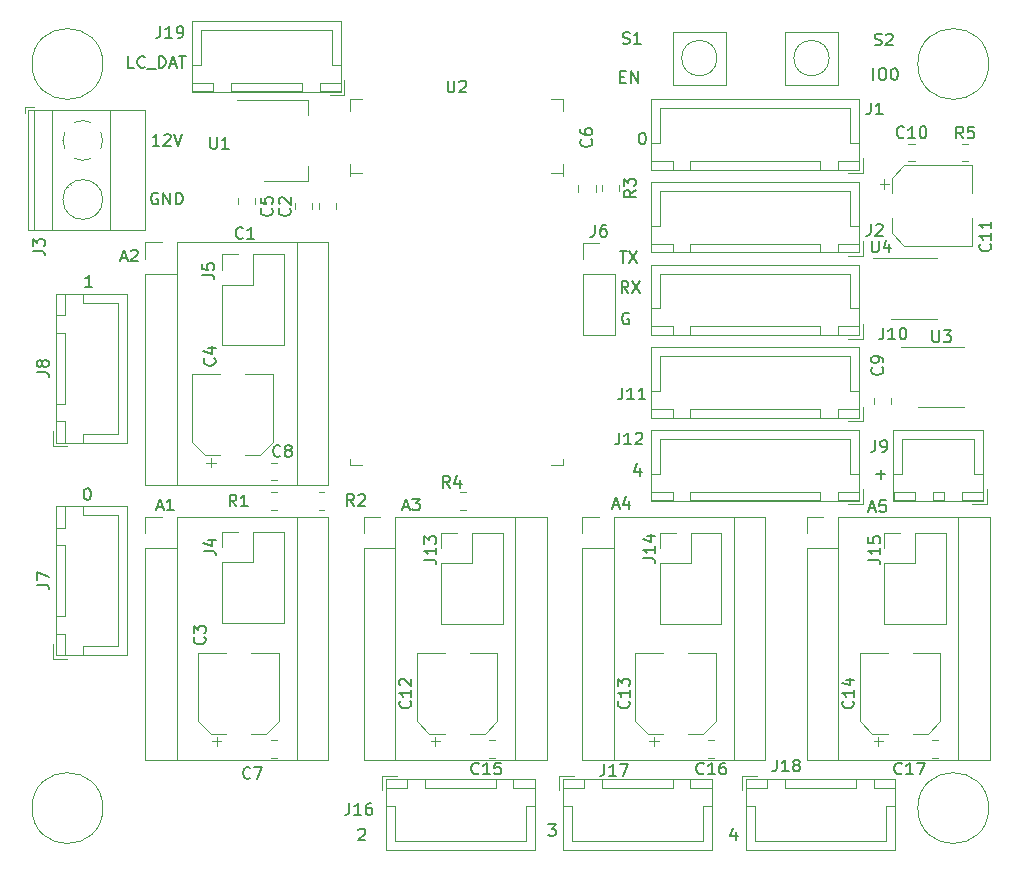
<source format=gto>
G04 #@! TF.GenerationSoftware,KiCad,Pcbnew,(5.1.9)-1*
G04 #@! TF.CreationDate,2021-08-10T13:47:58-05:00*
G04 #@! TF.ProjectId,DevMagneticEncoders,4465764d-6167-46e6-9574-6963456e636f,rev?*
G04 #@! TF.SameCoordinates,Original*
G04 #@! TF.FileFunction,Legend,Top*
G04 #@! TF.FilePolarity,Positive*
%FSLAX46Y46*%
G04 Gerber Fmt 4.6, Leading zero omitted, Abs format (unit mm)*
G04 Created by KiCad (PCBNEW (5.1.9)-1) date 2021-08-10 13:47:58*
%MOMM*%
%LPD*%
G01*
G04 APERTURE LIST*
%ADD10C,0.150000*%
%ADD11C,0.120000*%
%ADD12O,1.700000X1.950000*%
%ADD13R,2.290000X3.000000*%
%ADD14R,1.600000X1.400000*%
%ADD15O,1.700000X1.700000*%
%ADD16R,1.700000X1.700000*%
%ADD17O,1.700000X2.000000*%
%ADD18O,1.600000X1.600000*%
%ADD19R,1.600000X1.600000*%
%ADD20C,0.600000*%
%ADD21R,1.100000X1.100000*%
%ADD22R,1.500000X0.900000*%
%ADD23R,0.900000X1.500000*%
%ADD24R,2.000000X1.500000*%
%ADD25R,2.000000X3.800000*%
%ADD26O,1.950000X1.700000*%
%ADD27C,2.600000*%
%ADD28R,2.600000X2.600000*%
G04 APERTURE END LIST*
D10*
X71144047Y-55824380D02*
X70667857Y-55824380D01*
X70667857Y-54824380D01*
X72048809Y-55729142D02*
X72001190Y-55776761D01*
X71858333Y-55824380D01*
X71763095Y-55824380D01*
X71620238Y-55776761D01*
X71525000Y-55681523D01*
X71477380Y-55586285D01*
X71429761Y-55395809D01*
X71429761Y-55252952D01*
X71477380Y-55062476D01*
X71525000Y-54967238D01*
X71620238Y-54872000D01*
X71763095Y-54824380D01*
X71858333Y-54824380D01*
X72001190Y-54872000D01*
X72048809Y-54919619D01*
X72239285Y-55919619D02*
X73001190Y-55919619D01*
X73239285Y-55824380D02*
X73239285Y-54824380D01*
X73477380Y-54824380D01*
X73620238Y-54872000D01*
X73715476Y-54967238D01*
X73763095Y-55062476D01*
X73810714Y-55252952D01*
X73810714Y-55395809D01*
X73763095Y-55586285D01*
X73715476Y-55681523D01*
X73620238Y-55776761D01*
X73477380Y-55824380D01*
X73239285Y-55824380D01*
X74191666Y-55538666D02*
X74667857Y-55538666D01*
X74096428Y-55824380D02*
X74429761Y-54824380D01*
X74763095Y-55824380D01*
X74953571Y-54824380D02*
X75525000Y-54824380D01*
X75239285Y-55824380D02*
X75239285Y-54824380D01*
X113982476Y-89701714D02*
X113982476Y-90368380D01*
X113744380Y-89320761D02*
X113506285Y-90035047D01*
X114125333Y-90035047D01*
X114125380Y-61301380D02*
X114220619Y-61301380D01*
X114315857Y-61349000D01*
X114363476Y-61396619D01*
X114411095Y-61491857D01*
X114458714Y-61682333D01*
X114458714Y-61920428D01*
X114411095Y-62110904D01*
X114363476Y-62206142D01*
X114315857Y-62253761D01*
X114220619Y-62301380D01*
X114125380Y-62301380D01*
X114030142Y-62253761D01*
X113982523Y-62206142D01*
X113934904Y-62110904D01*
X113887285Y-61920428D01*
X113887285Y-61682333D01*
X113934904Y-61491857D01*
X113982523Y-61396619D01*
X114030142Y-61349000D01*
X114125380Y-61301380D01*
X122110476Y-120562714D02*
X122110476Y-121229380D01*
X121872380Y-120181761D02*
X121634285Y-120896047D01*
X122253333Y-120896047D01*
X106219666Y-119848380D02*
X106838714Y-119848380D01*
X106505380Y-120229333D01*
X106648238Y-120229333D01*
X106743476Y-120276952D01*
X106791095Y-120324571D01*
X106838714Y-120419809D01*
X106838714Y-120657904D01*
X106791095Y-120753142D01*
X106743476Y-120800761D01*
X106648238Y-120848380D01*
X106362523Y-120848380D01*
X106267285Y-120800761D01*
X106219666Y-120753142D01*
X90138285Y-120324619D02*
X90185904Y-120277000D01*
X90281142Y-120229380D01*
X90519238Y-120229380D01*
X90614476Y-120277000D01*
X90662095Y-120324619D01*
X90709714Y-120419857D01*
X90709714Y-120515095D01*
X90662095Y-120657952D01*
X90090666Y-121229380D01*
X90709714Y-121229380D01*
X67135380Y-91400380D02*
X67230619Y-91400380D01*
X67325857Y-91448000D01*
X67373476Y-91495619D01*
X67421095Y-91590857D01*
X67468714Y-91781333D01*
X67468714Y-92019428D01*
X67421095Y-92209904D01*
X67373476Y-92305142D01*
X67325857Y-92352761D01*
X67230619Y-92400380D01*
X67135380Y-92400380D01*
X67040142Y-92352761D01*
X66992523Y-92305142D01*
X66944904Y-92209904D01*
X66897285Y-92019428D01*
X66897285Y-91781333D01*
X66944904Y-91590857D01*
X66992523Y-91495619D01*
X67040142Y-91448000D01*
X67135380Y-91400380D01*
X67595714Y-74366380D02*
X67024285Y-74366380D01*
X67310000Y-74366380D02*
X67310000Y-73366380D01*
X67214761Y-73509238D01*
X67119523Y-73604476D01*
X67024285Y-73652095D01*
X73152095Y-66429000D02*
X73056857Y-66381380D01*
X72914000Y-66381380D01*
X72771142Y-66429000D01*
X72675904Y-66524238D01*
X72628285Y-66619476D01*
X72580666Y-66809952D01*
X72580666Y-66952809D01*
X72628285Y-67143285D01*
X72675904Y-67238523D01*
X72771142Y-67333761D01*
X72914000Y-67381380D01*
X73009238Y-67381380D01*
X73152095Y-67333761D01*
X73199714Y-67286142D01*
X73199714Y-66952809D01*
X73009238Y-66952809D01*
X73628285Y-67381380D02*
X73628285Y-66381380D01*
X74199714Y-67381380D01*
X74199714Y-66381380D01*
X74675904Y-67381380D02*
X74675904Y-66381380D01*
X74914000Y-66381380D01*
X75056857Y-66429000D01*
X75152095Y-66524238D01*
X75199714Y-66619476D01*
X75247333Y-66809952D01*
X75247333Y-66952809D01*
X75199714Y-67143285D01*
X75152095Y-67238523D01*
X75056857Y-67333761D01*
X74914000Y-67381380D01*
X74675904Y-67381380D01*
X73294952Y-62428380D02*
X72723523Y-62428380D01*
X73009238Y-62428380D02*
X73009238Y-61428380D01*
X72914000Y-61571238D01*
X72818761Y-61666476D01*
X72723523Y-61714095D01*
X73675904Y-61523619D02*
X73723523Y-61476000D01*
X73818761Y-61428380D01*
X74056857Y-61428380D01*
X74152095Y-61476000D01*
X74199714Y-61523619D01*
X74247333Y-61618857D01*
X74247333Y-61714095D01*
X74199714Y-61856952D01*
X73628285Y-62428380D01*
X74247333Y-62428380D01*
X74533047Y-61428380D02*
X74866380Y-62428380D01*
X75199714Y-61428380D01*
X133985047Y-90241428D02*
X134746952Y-90241428D01*
X134366000Y-90622380D02*
X134366000Y-89860476D01*
X133747000Y-56840380D02*
X133747000Y-55840380D01*
X134413666Y-55840380D02*
X134604142Y-55840380D01*
X134699380Y-55888000D01*
X134794619Y-55983238D01*
X134842238Y-56173714D01*
X134842238Y-56507047D01*
X134794619Y-56697523D01*
X134699380Y-56792761D01*
X134604142Y-56840380D01*
X134413666Y-56840380D01*
X134318428Y-56792761D01*
X134223190Y-56697523D01*
X134175571Y-56507047D01*
X134175571Y-56173714D01*
X134223190Y-55983238D01*
X134318428Y-55888000D01*
X134413666Y-55840380D01*
X135461285Y-55840380D02*
X135556523Y-55840380D01*
X135651761Y-55888000D01*
X135699380Y-55935619D01*
X135747000Y-56030857D01*
X135794619Y-56221333D01*
X135794619Y-56459428D01*
X135747000Y-56649904D01*
X135699380Y-56745142D01*
X135651761Y-56792761D01*
X135556523Y-56840380D01*
X135461285Y-56840380D01*
X135366047Y-56792761D01*
X135318428Y-56745142D01*
X135270809Y-56649904D01*
X135223190Y-56459428D01*
X135223190Y-56221333D01*
X135270809Y-56030857D01*
X135318428Y-55935619D01*
X135366047Y-55888000D01*
X135461285Y-55840380D01*
X112291904Y-56570571D02*
X112625238Y-56570571D01*
X112768095Y-57094380D02*
X112291904Y-57094380D01*
X112291904Y-56094380D01*
X112768095Y-56094380D01*
X113196666Y-57094380D02*
X113196666Y-56094380D01*
X113768095Y-57094380D01*
X113768095Y-56094380D01*
X113037904Y-76589000D02*
X112942666Y-76541380D01*
X112799809Y-76541380D01*
X112656952Y-76589000D01*
X112561714Y-76684238D01*
X112514095Y-76779476D01*
X112466476Y-76969952D01*
X112466476Y-77112809D01*
X112514095Y-77303285D01*
X112561714Y-77398523D01*
X112656952Y-77493761D01*
X112799809Y-77541380D01*
X112895047Y-77541380D01*
X113037904Y-77493761D01*
X113085523Y-77446142D01*
X113085523Y-77112809D01*
X112895047Y-77112809D01*
X112990333Y-74874380D02*
X112657000Y-74398190D01*
X112418904Y-74874380D02*
X112418904Y-73874380D01*
X112799857Y-73874380D01*
X112895095Y-73922000D01*
X112942714Y-73969619D01*
X112990333Y-74064857D01*
X112990333Y-74207714D01*
X112942714Y-74302952D01*
X112895095Y-74350571D01*
X112799857Y-74398190D01*
X112418904Y-74398190D01*
X113323666Y-73874380D02*
X113990333Y-74874380D01*
X113990333Y-73874380D02*
X113323666Y-74874380D01*
X112268095Y-71334380D02*
X112839523Y-71334380D01*
X112553809Y-72334380D02*
X112553809Y-71334380D01*
X113077619Y-71334380D02*
X113744285Y-72334380D01*
X113744285Y-71334380D02*
X113077619Y-72334380D01*
D11*
X68500000Y-118500000D02*
G75*
G03*
X68500000Y-118500000I-3000000J0D01*
G01*
X143500000Y-118500000D02*
G75*
G03*
X143500000Y-118500000I-3000000J0D01*
G01*
X68500000Y-55500000D02*
G75*
G03*
X68500000Y-55500000I-3000000J0D01*
G01*
X143500000Y-55500000D02*
G75*
G03*
X143500000Y-55500000I-3000000J0D01*
G01*
X88666000Y-57832000D02*
X88666000Y-51862000D01*
X88666000Y-51862000D02*
X76046000Y-51862000D01*
X76046000Y-51862000D02*
X76046000Y-57832000D01*
X76046000Y-57832000D02*
X88666000Y-57832000D01*
X85356000Y-57822000D02*
X85356000Y-57072000D01*
X85356000Y-57072000D02*
X79356000Y-57072000D01*
X79356000Y-57072000D02*
X79356000Y-57822000D01*
X79356000Y-57822000D02*
X85356000Y-57822000D01*
X88656000Y-57822000D02*
X88656000Y-57072000D01*
X88656000Y-57072000D02*
X86856000Y-57072000D01*
X86856000Y-57072000D02*
X86856000Y-57822000D01*
X86856000Y-57822000D02*
X88656000Y-57822000D01*
X77856000Y-57822000D02*
X77856000Y-57072000D01*
X77856000Y-57072000D02*
X76056000Y-57072000D01*
X76056000Y-57072000D02*
X76056000Y-57822000D01*
X76056000Y-57822000D02*
X77856000Y-57822000D01*
X88656000Y-55572000D02*
X87906000Y-55572000D01*
X87906000Y-55572000D02*
X87906000Y-52622000D01*
X87906000Y-52622000D02*
X82356000Y-52622000D01*
X76056000Y-55572000D02*
X76806000Y-55572000D01*
X76806000Y-55572000D02*
X76806000Y-52622000D01*
X76806000Y-52622000D02*
X82356000Y-52622000D01*
X87706000Y-58122000D02*
X88956000Y-58122000D01*
X88956000Y-58122000D02*
X88956000Y-56872000D01*
X132560000Y-64460000D02*
X132560000Y-58490000D01*
X132560000Y-58490000D02*
X114940000Y-58490000D01*
X114940000Y-58490000D02*
X114940000Y-64460000D01*
X114940000Y-64460000D02*
X132560000Y-64460000D01*
X129250000Y-64450000D02*
X129250000Y-63700000D01*
X129250000Y-63700000D02*
X118250000Y-63700000D01*
X118250000Y-63700000D02*
X118250000Y-64450000D01*
X118250000Y-64450000D02*
X129250000Y-64450000D01*
X132550000Y-64450000D02*
X132550000Y-63700000D01*
X132550000Y-63700000D02*
X130750000Y-63700000D01*
X130750000Y-63700000D02*
X130750000Y-64450000D01*
X130750000Y-64450000D02*
X132550000Y-64450000D01*
X116750000Y-64450000D02*
X116750000Y-63700000D01*
X116750000Y-63700000D02*
X114950000Y-63700000D01*
X114950000Y-63700000D02*
X114950000Y-64450000D01*
X114950000Y-64450000D02*
X116750000Y-64450000D01*
X132550000Y-62200000D02*
X131800000Y-62200000D01*
X131800000Y-62200000D02*
X131800000Y-59250000D01*
X131800000Y-59250000D02*
X123750000Y-59250000D01*
X114950000Y-62200000D02*
X115700000Y-62200000D01*
X115700000Y-62200000D02*
X115700000Y-59250000D01*
X115700000Y-59250000D02*
X123750000Y-59250000D01*
X131600000Y-64750000D02*
X132850000Y-64750000D01*
X132850000Y-64750000D02*
X132850000Y-63500000D01*
X137160000Y-77060000D02*
X139110000Y-77060000D01*
X137160000Y-77060000D02*
X135210000Y-77060000D01*
X137160000Y-71940000D02*
X139110000Y-71940000D01*
X137160000Y-71940000D02*
X133710000Y-71940000D01*
X139500000Y-84560000D02*
X141450000Y-84560000D01*
X139500000Y-84560000D02*
X137550000Y-84560000D01*
X139500000Y-79440000D02*
X141450000Y-79440000D01*
X139500000Y-79440000D02*
X136050000Y-79440000D01*
X126250000Y-52750000D02*
X130750000Y-52750000D01*
X130750000Y-52750000D02*
X130750000Y-57250000D01*
X130750000Y-57250000D02*
X126250000Y-57250000D01*
X126250000Y-57250000D02*
X126250000Y-52750000D01*
X130000000Y-55000000D02*
G75*
G03*
X130000000Y-55000000I-1500000J0D01*
G01*
X116750000Y-52750000D02*
X121250000Y-52750000D01*
X121250000Y-52750000D02*
X121250000Y-57250000D01*
X121250000Y-57250000D02*
X116750000Y-57250000D01*
X116750000Y-57250000D02*
X116750000Y-52750000D01*
X120500000Y-55000000D02*
G75*
G03*
X120500000Y-55000000I-1500000J0D01*
G01*
X141272936Y-62265000D02*
X141727064Y-62265000D01*
X141272936Y-63735000D02*
X141727064Y-63735000D01*
X122940000Y-116040000D02*
X122940000Y-122010000D01*
X122940000Y-122010000D02*
X135560000Y-122010000D01*
X135560000Y-122010000D02*
X135560000Y-116040000D01*
X135560000Y-116040000D02*
X122940000Y-116040000D01*
X126250000Y-116050000D02*
X126250000Y-116800000D01*
X126250000Y-116800000D02*
X132250000Y-116800000D01*
X132250000Y-116800000D02*
X132250000Y-116050000D01*
X132250000Y-116050000D02*
X126250000Y-116050000D01*
X122950000Y-116050000D02*
X122950000Y-116800000D01*
X122950000Y-116800000D02*
X124750000Y-116800000D01*
X124750000Y-116800000D02*
X124750000Y-116050000D01*
X124750000Y-116050000D02*
X122950000Y-116050000D01*
X133750000Y-116050000D02*
X133750000Y-116800000D01*
X133750000Y-116800000D02*
X135550000Y-116800000D01*
X135550000Y-116800000D02*
X135550000Y-116050000D01*
X135550000Y-116050000D02*
X133750000Y-116050000D01*
X122950000Y-118300000D02*
X123700000Y-118300000D01*
X123700000Y-118300000D02*
X123700000Y-121250000D01*
X123700000Y-121250000D02*
X129250000Y-121250000D01*
X135550000Y-118300000D02*
X134800000Y-118300000D01*
X134800000Y-118300000D02*
X134800000Y-121250000D01*
X134800000Y-121250000D02*
X129250000Y-121250000D01*
X123900000Y-115750000D02*
X122650000Y-115750000D01*
X122650000Y-115750000D02*
X122650000Y-117000000D01*
X107440000Y-116040000D02*
X107440000Y-122010000D01*
X107440000Y-122010000D02*
X120060000Y-122010000D01*
X120060000Y-122010000D02*
X120060000Y-116040000D01*
X120060000Y-116040000D02*
X107440000Y-116040000D01*
X110750000Y-116050000D02*
X110750000Y-116800000D01*
X110750000Y-116800000D02*
X116750000Y-116800000D01*
X116750000Y-116800000D02*
X116750000Y-116050000D01*
X116750000Y-116050000D02*
X110750000Y-116050000D01*
X107450000Y-116050000D02*
X107450000Y-116800000D01*
X107450000Y-116800000D02*
X109250000Y-116800000D01*
X109250000Y-116800000D02*
X109250000Y-116050000D01*
X109250000Y-116050000D02*
X107450000Y-116050000D01*
X118250000Y-116050000D02*
X118250000Y-116800000D01*
X118250000Y-116800000D02*
X120050000Y-116800000D01*
X120050000Y-116800000D02*
X120050000Y-116050000D01*
X120050000Y-116050000D02*
X118250000Y-116050000D01*
X107450000Y-118300000D02*
X108200000Y-118300000D01*
X108200000Y-118300000D02*
X108200000Y-121250000D01*
X108200000Y-121250000D02*
X113750000Y-121250000D01*
X120050000Y-118300000D02*
X119300000Y-118300000D01*
X119300000Y-118300000D02*
X119300000Y-121250000D01*
X119300000Y-121250000D02*
X113750000Y-121250000D01*
X108400000Y-115750000D02*
X107150000Y-115750000D01*
X107150000Y-115750000D02*
X107150000Y-117000000D01*
X92440000Y-116040000D02*
X92440000Y-122010000D01*
X92440000Y-122010000D02*
X105060000Y-122010000D01*
X105060000Y-122010000D02*
X105060000Y-116040000D01*
X105060000Y-116040000D02*
X92440000Y-116040000D01*
X95750000Y-116050000D02*
X95750000Y-116800000D01*
X95750000Y-116800000D02*
X101750000Y-116800000D01*
X101750000Y-116800000D02*
X101750000Y-116050000D01*
X101750000Y-116050000D02*
X95750000Y-116050000D01*
X92450000Y-116050000D02*
X92450000Y-116800000D01*
X92450000Y-116800000D02*
X94250000Y-116800000D01*
X94250000Y-116800000D02*
X94250000Y-116050000D01*
X94250000Y-116050000D02*
X92450000Y-116050000D01*
X103250000Y-116050000D02*
X103250000Y-116800000D01*
X103250000Y-116800000D02*
X105050000Y-116800000D01*
X105050000Y-116800000D02*
X105050000Y-116050000D01*
X105050000Y-116050000D02*
X103250000Y-116050000D01*
X92450000Y-118300000D02*
X93200000Y-118300000D01*
X93200000Y-118300000D02*
X93200000Y-121250000D01*
X93200000Y-121250000D02*
X98750000Y-121250000D01*
X105050000Y-118300000D02*
X104300000Y-118300000D01*
X104300000Y-118300000D02*
X104300000Y-121250000D01*
X104300000Y-121250000D02*
X98750000Y-121250000D01*
X93400000Y-115750000D02*
X92150000Y-115750000D01*
X92150000Y-115750000D02*
X92150000Y-117000000D01*
X134670000Y-102910000D02*
X139870000Y-102910000D01*
X134670000Y-97770000D02*
X134670000Y-102910000D01*
X139870000Y-95170000D02*
X139870000Y-102910000D01*
X134670000Y-97770000D02*
X137270000Y-97770000D01*
X137270000Y-97770000D02*
X137270000Y-95170000D01*
X137270000Y-95170000D02*
X139870000Y-95170000D01*
X134670000Y-96500000D02*
X134670000Y-95170000D01*
X134670000Y-95170000D02*
X136000000Y-95170000D01*
X115670000Y-102910000D02*
X120870000Y-102910000D01*
X115670000Y-97770000D02*
X115670000Y-102910000D01*
X120870000Y-95170000D02*
X120870000Y-102910000D01*
X115670000Y-97770000D02*
X118270000Y-97770000D01*
X118270000Y-97770000D02*
X118270000Y-95170000D01*
X118270000Y-95170000D02*
X120870000Y-95170000D01*
X115670000Y-96500000D02*
X115670000Y-95170000D01*
X115670000Y-95170000D02*
X117000000Y-95170000D01*
X97170000Y-102910000D02*
X102370000Y-102910000D01*
X97170000Y-97770000D02*
X97170000Y-102910000D01*
X102370000Y-95170000D02*
X102370000Y-102910000D01*
X97170000Y-97770000D02*
X99770000Y-97770000D01*
X99770000Y-97770000D02*
X99770000Y-95170000D01*
X99770000Y-95170000D02*
X102370000Y-95170000D01*
X97170000Y-96500000D02*
X97170000Y-95170000D01*
X97170000Y-95170000D02*
X98500000Y-95170000D01*
X132560000Y-92460000D02*
X132560000Y-86490000D01*
X132560000Y-86490000D02*
X114940000Y-86490000D01*
X114940000Y-86490000D02*
X114940000Y-92460000D01*
X114940000Y-92460000D02*
X132560000Y-92460000D01*
X129250000Y-92450000D02*
X129250000Y-91700000D01*
X129250000Y-91700000D02*
X118250000Y-91700000D01*
X118250000Y-91700000D02*
X118250000Y-92450000D01*
X118250000Y-92450000D02*
X129250000Y-92450000D01*
X132550000Y-92450000D02*
X132550000Y-91700000D01*
X132550000Y-91700000D02*
X130750000Y-91700000D01*
X130750000Y-91700000D02*
X130750000Y-92450000D01*
X130750000Y-92450000D02*
X132550000Y-92450000D01*
X116750000Y-92450000D02*
X116750000Y-91700000D01*
X116750000Y-91700000D02*
X114950000Y-91700000D01*
X114950000Y-91700000D02*
X114950000Y-92450000D01*
X114950000Y-92450000D02*
X116750000Y-92450000D01*
X132550000Y-90200000D02*
X131800000Y-90200000D01*
X131800000Y-90200000D02*
X131800000Y-87250000D01*
X131800000Y-87250000D02*
X123750000Y-87250000D01*
X114950000Y-90200000D02*
X115700000Y-90200000D01*
X115700000Y-90200000D02*
X115700000Y-87250000D01*
X115700000Y-87250000D02*
X123750000Y-87250000D01*
X131600000Y-92750000D02*
X132850000Y-92750000D01*
X132850000Y-92750000D02*
X132850000Y-91500000D01*
X132560000Y-85460000D02*
X132560000Y-79490000D01*
X132560000Y-79490000D02*
X114940000Y-79490000D01*
X114940000Y-79490000D02*
X114940000Y-85460000D01*
X114940000Y-85460000D02*
X132560000Y-85460000D01*
X129250000Y-85450000D02*
X129250000Y-84700000D01*
X129250000Y-84700000D02*
X118250000Y-84700000D01*
X118250000Y-84700000D02*
X118250000Y-85450000D01*
X118250000Y-85450000D02*
X129250000Y-85450000D01*
X132550000Y-85450000D02*
X132550000Y-84700000D01*
X132550000Y-84700000D02*
X130750000Y-84700000D01*
X130750000Y-84700000D02*
X130750000Y-85450000D01*
X130750000Y-85450000D02*
X132550000Y-85450000D01*
X116750000Y-85450000D02*
X116750000Y-84700000D01*
X116750000Y-84700000D02*
X114950000Y-84700000D01*
X114950000Y-84700000D02*
X114950000Y-85450000D01*
X114950000Y-85450000D02*
X116750000Y-85450000D01*
X132550000Y-83200000D02*
X131800000Y-83200000D01*
X131800000Y-83200000D02*
X131800000Y-80250000D01*
X131800000Y-80250000D02*
X123750000Y-80250000D01*
X114950000Y-83200000D02*
X115700000Y-83200000D01*
X115700000Y-83200000D02*
X115700000Y-80250000D01*
X115700000Y-80250000D02*
X123750000Y-80250000D01*
X131600000Y-85750000D02*
X132850000Y-85750000D01*
X132850000Y-85750000D02*
X132850000Y-84500000D01*
X132560000Y-78460000D02*
X132560000Y-72490000D01*
X132560000Y-72490000D02*
X114940000Y-72490000D01*
X114940000Y-72490000D02*
X114940000Y-78460000D01*
X114940000Y-78460000D02*
X132560000Y-78460000D01*
X129250000Y-78450000D02*
X129250000Y-77700000D01*
X129250000Y-77700000D02*
X118250000Y-77700000D01*
X118250000Y-77700000D02*
X118250000Y-78450000D01*
X118250000Y-78450000D02*
X129250000Y-78450000D01*
X132550000Y-78450000D02*
X132550000Y-77700000D01*
X132550000Y-77700000D02*
X130750000Y-77700000D01*
X130750000Y-77700000D02*
X130750000Y-78450000D01*
X130750000Y-78450000D02*
X132550000Y-78450000D01*
X116750000Y-78450000D02*
X116750000Y-77700000D01*
X116750000Y-77700000D02*
X114950000Y-77700000D01*
X114950000Y-77700000D02*
X114950000Y-78450000D01*
X114950000Y-78450000D02*
X116750000Y-78450000D01*
X132550000Y-76200000D02*
X131800000Y-76200000D01*
X131800000Y-76200000D02*
X131800000Y-73250000D01*
X131800000Y-73250000D02*
X123750000Y-73250000D01*
X114950000Y-76200000D02*
X115700000Y-76200000D01*
X115700000Y-76200000D02*
X115700000Y-73250000D01*
X115700000Y-73250000D02*
X123750000Y-73250000D01*
X131600000Y-78750000D02*
X132850000Y-78750000D01*
X132850000Y-78750000D02*
X132850000Y-77500000D01*
X143060000Y-92460000D02*
X143060000Y-86490000D01*
X143060000Y-86490000D02*
X135440000Y-86490000D01*
X135440000Y-86490000D02*
X135440000Y-92460000D01*
X135440000Y-92460000D02*
X143060000Y-92460000D01*
X139750000Y-92450000D02*
X139750000Y-91700000D01*
X139750000Y-91700000D02*
X138750000Y-91700000D01*
X138750000Y-91700000D02*
X138750000Y-92450000D01*
X138750000Y-92450000D02*
X139750000Y-92450000D01*
X143050000Y-92450000D02*
X143050000Y-91700000D01*
X143050000Y-91700000D02*
X141250000Y-91700000D01*
X141250000Y-91700000D02*
X141250000Y-92450000D01*
X141250000Y-92450000D02*
X143050000Y-92450000D01*
X137250000Y-92450000D02*
X137250000Y-91700000D01*
X137250000Y-91700000D02*
X135450000Y-91700000D01*
X135450000Y-91700000D02*
X135450000Y-92450000D01*
X135450000Y-92450000D02*
X137250000Y-92450000D01*
X143050000Y-90200000D02*
X142300000Y-90200000D01*
X142300000Y-90200000D02*
X142300000Y-87250000D01*
X142300000Y-87250000D02*
X139250000Y-87250000D01*
X135450000Y-90200000D02*
X136200000Y-90200000D01*
X136200000Y-90200000D02*
X136200000Y-87250000D01*
X136200000Y-87250000D02*
X139250000Y-87250000D01*
X142100000Y-92750000D02*
X143350000Y-92750000D01*
X143350000Y-92750000D02*
X143350000Y-91500000D01*
X109170000Y-78410000D02*
X111830000Y-78410000D01*
X109170000Y-73270000D02*
X109170000Y-78410000D01*
X111830000Y-73270000D02*
X111830000Y-78410000D01*
X109170000Y-73270000D02*
X111830000Y-73270000D01*
X109170000Y-72000000D02*
X109170000Y-70670000D01*
X109170000Y-70670000D02*
X110500000Y-70670000D01*
X138701248Y-112765000D02*
X139223752Y-112765000D01*
X138701248Y-114235000D02*
X139223752Y-114235000D01*
X119701248Y-112765000D02*
X120223752Y-112765000D01*
X119701248Y-114235000D02*
X120223752Y-114235000D01*
X101201248Y-112765000D02*
X101723752Y-112765000D01*
X101201248Y-114235000D02*
X101723752Y-114235000D01*
X139410000Y-105390000D02*
X137060000Y-105390000D01*
X132590000Y-105390000D02*
X134940000Y-105390000D01*
X132590000Y-111145563D02*
X132590000Y-105390000D01*
X139410000Y-111145563D02*
X139410000Y-105390000D01*
X138345563Y-112210000D02*
X137060000Y-112210000D01*
X133654437Y-112210000D02*
X134940000Y-112210000D01*
X133654437Y-112210000D02*
X132590000Y-111145563D01*
X138345563Y-112210000D02*
X139410000Y-111145563D01*
X134152500Y-113237500D02*
X134152500Y-112450000D01*
X133758750Y-112843750D02*
X134546250Y-112843750D01*
X120410000Y-105390000D02*
X118060000Y-105390000D01*
X113590000Y-105390000D02*
X115940000Y-105390000D01*
X113590000Y-111145563D02*
X113590000Y-105390000D01*
X120410000Y-111145563D02*
X120410000Y-105390000D01*
X119345563Y-112210000D02*
X118060000Y-112210000D01*
X114654437Y-112210000D02*
X115940000Y-112210000D01*
X114654437Y-112210000D02*
X113590000Y-111145563D01*
X119345563Y-112210000D02*
X120410000Y-111145563D01*
X115152500Y-113237500D02*
X115152500Y-112450000D01*
X114758750Y-112843750D02*
X115546250Y-112843750D01*
X101910000Y-105390000D02*
X99560000Y-105390000D01*
X95090000Y-105390000D02*
X97440000Y-105390000D01*
X95090000Y-111145563D02*
X95090000Y-105390000D01*
X101910000Y-111145563D02*
X101910000Y-105390000D01*
X100845563Y-112210000D02*
X99560000Y-112210000D01*
X96154437Y-112210000D02*
X97440000Y-112210000D01*
X96154437Y-112210000D02*
X95090000Y-111145563D01*
X100845563Y-112210000D02*
X101910000Y-111145563D01*
X96652500Y-113237500D02*
X96652500Y-112450000D01*
X96258750Y-112843750D02*
X97046250Y-112843750D01*
X142110000Y-70910000D02*
X142110000Y-68560000D01*
X142110000Y-64090000D02*
X142110000Y-66440000D01*
X136354437Y-64090000D02*
X142110000Y-64090000D01*
X136354437Y-70910000D02*
X142110000Y-70910000D01*
X135290000Y-69845563D02*
X135290000Y-68560000D01*
X135290000Y-65154437D02*
X135290000Y-66440000D01*
X135290000Y-65154437D02*
X136354437Y-64090000D01*
X135290000Y-69845563D02*
X136354437Y-70910000D01*
X134262500Y-65652500D02*
X135050000Y-65652500D01*
X134656250Y-65258750D02*
X134656250Y-66046250D01*
X136701248Y-62265000D02*
X137223752Y-62265000D01*
X136701248Y-63735000D02*
X137223752Y-63735000D01*
X135235000Y-83776248D02*
X135235000Y-84298752D01*
X133765000Y-83776248D02*
X133765000Y-84298752D01*
X82701248Y-89265000D02*
X83223752Y-89265000D01*
X82701248Y-90735000D02*
X83223752Y-90735000D01*
X82701248Y-112765000D02*
X83223752Y-112765000D01*
X82701248Y-114235000D02*
X83223752Y-114235000D01*
X140930000Y-93820000D02*
X140930000Y-114400000D01*
X130770000Y-96490000D02*
X130770000Y-114400000D01*
X129500000Y-93820000D02*
X128100000Y-93820000D01*
X128100000Y-93820000D02*
X128100000Y-95220000D01*
X130770000Y-93820000D02*
X130770000Y-96490000D01*
X130770000Y-96490000D02*
X128100000Y-96490000D01*
X128100000Y-96490000D02*
X128100000Y-114400000D01*
X128100000Y-114400000D02*
X143600000Y-114400000D01*
X143600000Y-114400000D02*
X143600000Y-93820000D01*
X143600000Y-93820000D02*
X130770000Y-93820000D01*
X121930000Y-93820000D02*
X121930000Y-114400000D01*
X111770000Y-96490000D02*
X111770000Y-114400000D01*
X110500000Y-93820000D02*
X109100000Y-93820000D01*
X109100000Y-93820000D02*
X109100000Y-95220000D01*
X111770000Y-93820000D02*
X111770000Y-96490000D01*
X111770000Y-96490000D02*
X109100000Y-96490000D01*
X109100000Y-96490000D02*
X109100000Y-114400000D01*
X109100000Y-114400000D02*
X124600000Y-114400000D01*
X124600000Y-114400000D02*
X124600000Y-93820000D01*
X124600000Y-93820000D02*
X111770000Y-93820000D01*
X103430000Y-93820000D02*
X103430000Y-114400000D01*
X93270000Y-96490000D02*
X93270000Y-114400000D01*
X92000000Y-93820000D02*
X90600000Y-93820000D01*
X90600000Y-93820000D02*
X90600000Y-95220000D01*
X93270000Y-93820000D02*
X93270000Y-96490000D01*
X93270000Y-96490000D02*
X90600000Y-96490000D01*
X90600000Y-96490000D02*
X90600000Y-114400000D01*
X90600000Y-114400000D02*
X106100000Y-114400000D01*
X106100000Y-114400000D02*
X106100000Y-93820000D01*
X106100000Y-93820000D02*
X93270000Y-93820000D01*
X132560000Y-71460000D02*
X132560000Y-65490000D01*
X132560000Y-65490000D02*
X114940000Y-65490000D01*
X114940000Y-65490000D02*
X114940000Y-71460000D01*
X114940000Y-71460000D02*
X132560000Y-71460000D01*
X129250000Y-71450000D02*
X129250000Y-70700000D01*
X129250000Y-70700000D02*
X118250000Y-70700000D01*
X118250000Y-70700000D02*
X118250000Y-71450000D01*
X118250000Y-71450000D02*
X129250000Y-71450000D01*
X132550000Y-71450000D02*
X132550000Y-70700000D01*
X132550000Y-70700000D02*
X130750000Y-70700000D01*
X130750000Y-70700000D02*
X130750000Y-71450000D01*
X130750000Y-71450000D02*
X132550000Y-71450000D01*
X116750000Y-71450000D02*
X116750000Y-70700000D01*
X116750000Y-70700000D02*
X114950000Y-70700000D01*
X114950000Y-70700000D02*
X114950000Y-71450000D01*
X114950000Y-71450000D02*
X116750000Y-71450000D01*
X132550000Y-69200000D02*
X131800000Y-69200000D01*
X131800000Y-69200000D02*
X131800000Y-66250000D01*
X131800000Y-66250000D02*
X123750000Y-66250000D01*
X114950000Y-69200000D02*
X115700000Y-69200000D01*
X115700000Y-69200000D02*
X115700000Y-66250000D01*
X115700000Y-66250000D02*
X123750000Y-66250000D01*
X131600000Y-71750000D02*
X132850000Y-71750000D01*
X132850000Y-71750000D02*
X132850000Y-70500000D01*
X106450000Y-58450000D02*
X107450000Y-58450000D01*
X107450000Y-58450000D02*
X107450000Y-59450000D01*
X90450000Y-58450000D02*
X89450000Y-58450000D01*
X89450000Y-58450000D02*
X89450000Y-59450000D01*
X90450000Y-64750000D02*
X89450000Y-64750000D01*
X89450000Y-64950000D02*
X89450000Y-63950000D01*
X106450000Y-64750000D02*
X107450000Y-64750000D01*
X107450000Y-64950000D02*
X107450000Y-63950000D01*
X89450000Y-88950000D02*
X89450000Y-89450000D01*
X89450000Y-89450000D02*
X90450000Y-89450000D01*
X106450000Y-89450000D02*
X107450000Y-89450000D01*
X107450000Y-89450000D02*
X107450000Y-88950000D01*
X85910000Y-65410000D02*
X85910000Y-64150000D01*
X85910000Y-58590000D02*
X85910000Y-59850000D01*
X82150000Y-65410000D02*
X85910000Y-65410000D01*
X79900000Y-58590000D02*
X85910000Y-58590000D01*
X99227064Y-93235000D02*
X98772936Y-93235000D01*
X99227064Y-91765000D02*
X98772936Y-91765000D01*
X112235000Y-65772936D02*
X112235000Y-66227064D01*
X110765000Y-65772936D02*
X110765000Y-66227064D01*
X86772936Y-91765000D02*
X87227064Y-91765000D01*
X86772936Y-93235000D02*
X87227064Y-93235000D01*
X82772936Y-91765000D02*
X83227064Y-91765000D01*
X82772936Y-93235000D02*
X83227064Y-93235000D01*
X64540000Y-87560000D02*
X70510000Y-87560000D01*
X70510000Y-87560000D02*
X70510000Y-74940000D01*
X70510000Y-74940000D02*
X64540000Y-74940000D01*
X64540000Y-74940000D02*
X64540000Y-87560000D01*
X64550000Y-84250000D02*
X65300000Y-84250000D01*
X65300000Y-84250000D02*
X65300000Y-78250000D01*
X65300000Y-78250000D02*
X64550000Y-78250000D01*
X64550000Y-78250000D02*
X64550000Y-84250000D01*
X64550000Y-87550000D02*
X65300000Y-87550000D01*
X65300000Y-87550000D02*
X65300000Y-85750000D01*
X65300000Y-85750000D02*
X64550000Y-85750000D01*
X64550000Y-85750000D02*
X64550000Y-87550000D01*
X64550000Y-76750000D02*
X65300000Y-76750000D01*
X65300000Y-76750000D02*
X65300000Y-74950000D01*
X65300000Y-74950000D02*
X64550000Y-74950000D01*
X64550000Y-74950000D02*
X64550000Y-76750000D01*
X66800000Y-87550000D02*
X66800000Y-86800000D01*
X66800000Y-86800000D02*
X69750000Y-86800000D01*
X69750000Y-86800000D02*
X69750000Y-81250000D01*
X66800000Y-74950000D02*
X66800000Y-75700000D01*
X66800000Y-75700000D02*
X69750000Y-75700000D01*
X69750000Y-75700000D02*
X69750000Y-81250000D01*
X64250000Y-86600000D02*
X64250000Y-87850000D01*
X64250000Y-87850000D02*
X65500000Y-87850000D01*
X64540000Y-105560000D02*
X70510000Y-105560000D01*
X70510000Y-105560000D02*
X70510000Y-92940000D01*
X70510000Y-92940000D02*
X64540000Y-92940000D01*
X64540000Y-92940000D02*
X64540000Y-105560000D01*
X64550000Y-102250000D02*
X65300000Y-102250000D01*
X65300000Y-102250000D02*
X65300000Y-96250000D01*
X65300000Y-96250000D02*
X64550000Y-96250000D01*
X64550000Y-96250000D02*
X64550000Y-102250000D01*
X64550000Y-105550000D02*
X65300000Y-105550000D01*
X65300000Y-105550000D02*
X65300000Y-103750000D01*
X65300000Y-103750000D02*
X64550000Y-103750000D01*
X64550000Y-103750000D02*
X64550000Y-105550000D01*
X64550000Y-94750000D02*
X65300000Y-94750000D01*
X65300000Y-94750000D02*
X65300000Y-92950000D01*
X65300000Y-92950000D02*
X64550000Y-92950000D01*
X64550000Y-92950000D02*
X64550000Y-94750000D01*
X66800000Y-105550000D02*
X66800000Y-104800000D01*
X66800000Y-104800000D02*
X69750000Y-104800000D01*
X69750000Y-104800000D02*
X69750000Y-99250000D01*
X66800000Y-92950000D02*
X66800000Y-93700000D01*
X66800000Y-93700000D02*
X69750000Y-93700000D01*
X69750000Y-93700000D02*
X69750000Y-99250000D01*
X64250000Y-104600000D02*
X64250000Y-105850000D01*
X64250000Y-105850000D02*
X65500000Y-105850000D01*
X78630000Y-79330000D02*
X83830000Y-79330000D01*
X78630000Y-74190000D02*
X78630000Y-79330000D01*
X83830000Y-71590000D02*
X83830000Y-79330000D01*
X78630000Y-74190000D02*
X81230000Y-74190000D01*
X81230000Y-74190000D02*
X81230000Y-71590000D01*
X81230000Y-71590000D02*
X83830000Y-71590000D01*
X78630000Y-72920000D02*
X78630000Y-71590000D01*
X78630000Y-71590000D02*
X79960000Y-71590000D01*
X78630000Y-102830000D02*
X83830000Y-102830000D01*
X78630000Y-97690000D02*
X78630000Y-102830000D01*
X83830000Y-95090000D02*
X83830000Y-102830000D01*
X78630000Y-97690000D02*
X81230000Y-97690000D01*
X81230000Y-97690000D02*
X81230000Y-95090000D01*
X81230000Y-95090000D02*
X83830000Y-95090000D01*
X78630000Y-96420000D02*
X78630000Y-95090000D01*
X78630000Y-95090000D02*
X79960000Y-95090000D01*
X68482000Y-66976000D02*
G75*
G03*
X68482000Y-66976000I-1680000J0D01*
G01*
X62702000Y-59416000D02*
X62702000Y-69536000D01*
X64202000Y-59416000D02*
X64202000Y-69536000D01*
X69103000Y-59416000D02*
X69103000Y-69536000D01*
X72063000Y-59416000D02*
X72063000Y-69536000D01*
X62142000Y-59416000D02*
X62142000Y-69536000D01*
X72063000Y-59416000D02*
X62142000Y-59416000D01*
X72063000Y-69536000D02*
X62142000Y-69536000D01*
X67871000Y-68251000D02*
X67825000Y-68204000D01*
X65563000Y-65942000D02*
X65528000Y-65907000D01*
X68077000Y-68046000D02*
X68041000Y-68011000D01*
X65779000Y-65749000D02*
X65733000Y-65702000D01*
X62642000Y-59176000D02*
X61902000Y-59176000D01*
X61902000Y-59176000D02*
X61902000Y-59676000D01*
X65121747Y-62004805D02*
G75*
G02*
X65267000Y-61292000I1680253J28805D01*
G01*
X66118958Y-60440574D02*
G75*
G02*
X67486000Y-60441000I683042J-1535426D01*
G01*
X68337426Y-61292958D02*
G75*
G02*
X68337000Y-62660000I-1535426J-683042D01*
G01*
X67485042Y-63511426D02*
G75*
G02*
X66118000Y-63511000I-683042J1535426D01*
G01*
X65267244Y-62659318D02*
G75*
G02*
X65122000Y-61976000I1534756J683318D01*
G01*
X108765000Y-66298752D02*
X108765000Y-65776248D01*
X110235000Y-66298752D02*
X110235000Y-65776248D01*
X84765000Y-67798752D02*
X84765000Y-67276248D01*
X86235000Y-67798752D02*
X86235000Y-67276248D01*
X82910000Y-81790000D02*
X80560000Y-81790000D01*
X76090000Y-81790000D02*
X78440000Y-81790000D01*
X76090000Y-87545563D02*
X76090000Y-81790000D01*
X82910000Y-87545563D02*
X82910000Y-81790000D01*
X81845563Y-88610000D02*
X80560000Y-88610000D01*
X77154437Y-88610000D02*
X78440000Y-88610000D01*
X77154437Y-88610000D02*
X76090000Y-87545563D01*
X81845563Y-88610000D02*
X82910000Y-87545563D01*
X77652500Y-89637500D02*
X77652500Y-88850000D01*
X77258750Y-89243750D02*
X78046250Y-89243750D01*
X83410000Y-105390000D02*
X81060000Y-105390000D01*
X76590000Y-105390000D02*
X78940000Y-105390000D01*
X76590000Y-111145563D02*
X76590000Y-105390000D01*
X83410000Y-111145563D02*
X83410000Y-105390000D01*
X82345563Y-112210000D02*
X81060000Y-112210000D01*
X77654437Y-112210000D02*
X78940000Y-112210000D01*
X77654437Y-112210000D02*
X76590000Y-111145563D01*
X82345563Y-112210000D02*
X83410000Y-111145563D01*
X78152500Y-113237500D02*
X78152500Y-112450000D01*
X77758750Y-112843750D02*
X78546250Y-112843750D01*
X86765000Y-67798752D02*
X86765000Y-67276248D01*
X88235000Y-67798752D02*
X88235000Y-67276248D01*
X81380000Y-66816248D02*
X81380000Y-67338752D01*
X79910000Y-66816248D02*
X79910000Y-67338752D01*
X84930000Y-70600000D02*
X84930000Y-91180000D01*
X74770000Y-73270000D02*
X74770000Y-91180000D01*
X73500000Y-70600000D02*
X72100000Y-70600000D01*
X72100000Y-70600000D02*
X72100000Y-72000000D01*
X74770000Y-70600000D02*
X74770000Y-73270000D01*
X74770000Y-73270000D02*
X72100000Y-73270000D01*
X72100000Y-73270000D02*
X72100000Y-91180000D01*
X72100000Y-91180000D02*
X87600000Y-91180000D01*
X87600000Y-91180000D02*
X87600000Y-70600000D01*
X87600000Y-70600000D02*
X74770000Y-70600000D01*
X84930000Y-93820000D02*
X84930000Y-114400000D01*
X74770000Y-96490000D02*
X74770000Y-114400000D01*
X73500000Y-93820000D02*
X72100000Y-93820000D01*
X72100000Y-93820000D02*
X72100000Y-95220000D01*
X74770000Y-93820000D02*
X74770000Y-96490000D01*
X74770000Y-96490000D02*
X72100000Y-96490000D01*
X72100000Y-96490000D02*
X72100000Y-114400000D01*
X72100000Y-114400000D02*
X87600000Y-114400000D01*
X87600000Y-114400000D02*
X87600000Y-93820000D01*
X87600000Y-93820000D02*
X74770000Y-93820000D01*
D10*
X73358476Y-52284380D02*
X73358476Y-52998666D01*
X73310857Y-53141523D01*
X73215619Y-53236761D01*
X73072761Y-53284380D01*
X72977523Y-53284380D01*
X74358476Y-53284380D02*
X73787047Y-53284380D01*
X74072761Y-53284380D02*
X74072761Y-52284380D01*
X73977523Y-52427238D01*
X73882285Y-52522476D01*
X73787047Y-52570095D01*
X74834666Y-53284380D02*
X75025142Y-53284380D01*
X75120380Y-53236761D01*
X75168000Y-53189142D01*
X75263238Y-53046285D01*
X75310857Y-52855809D01*
X75310857Y-52474857D01*
X75263238Y-52379619D01*
X75215619Y-52332000D01*
X75120380Y-52284380D01*
X74929904Y-52284380D01*
X74834666Y-52332000D01*
X74787047Y-52379619D01*
X74739428Y-52474857D01*
X74739428Y-52712952D01*
X74787047Y-52808190D01*
X74834666Y-52855809D01*
X74929904Y-52903428D01*
X75120380Y-52903428D01*
X75215619Y-52855809D01*
X75263238Y-52808190D01*
X75310857Y-52712952D01*
X133524666Y-58761380D02*
X133524666Y-59475666D01*
X133477047Y-59618523D01*
X133381809Y-59713761D01*
X133238952Y-59761380D01*
X133143714Y-59761380D01*
X134524666Y-59761380D02*
X133953238Y-59761380D01*
X134238952Y-59761380D02*
X134238952Y-58761380D01*
X134143714Y-58904238D01*
X134048476Y-58999476D01*
X133953238Y-59047095D01*
X133604095Y-70445380D02*
X133604095Y-71254904D01*
X133651714Y-71350142D01*
X133699333Y-71397761D01*
X133794571Y-71445380D01*
X133985047Y-71445380D01*
X134080285Y-71397761D01*
X134127904Y-71350142D01*
X134175523Y-71254904D01*
X134175523Y-70445380D01*
X135080285Y-70778714D02*
X135080285Y-71445380D01*
X134842190Y-70397761D02*
X134604095Y-71112047D01*
X135223142Y-71112047D01*
X138738095Y-78052380D02*
X138738095Y-78861904D01*
X138785714Y-78957142D01*
X138833333Y-79004761D01*
X138928571Y-79052380D01*
X139119047Y-79052380D01*
X139214285Y-79004761D01*
X139261904Y-78957142D01*
X139309523Y-78861904D01*
X139309523Y-78052380D01*
X139690476Y-78052380D02*
X140309523Y-78052380D01*
X139976190Y-78433333D01*
X140119047Y-78433333D01*
X140214285Y-78480952D01*
X140261904Y-78528571D01*
X140309523Y-78623809D01*
X140309523Y-78861904D01*
X140261904Y-78957142D01*
X140214285Y-79004761D01*
X140119047Y-79052380D01*
X139833333Y-79052380D01*
X139738095Y-79004761D01*
X139690476Y-78957142D01*
X133858095Y-53871761D02*
X134000952Y-53919380D01*
X134239047Y-53919380D01*
X134334285Y-53871761D01*
X134381904Y-53824142D01*
X134429523Y-53728904D01*
X134429523Y-53633666D01*
X134381904Y-53538428D01*
X134334285Y-53490809D01*
X134239047Y-53443190D01*
X134048571Y-53395571D01*
X133953333Y-53347952D01*
X133905714Y-53300333D01*
X133858095Y-53205095D01*
X133858095Y-53109857D01*
X133905714Y-53014619D01*
X133953333Y-52967000D01*
X134048571Y-52919380D01*
X134286666Y-52919380D01*
X134429523Y-52967000D01*
X134810476Y-53014619D02*
X134858095Y-52967000D01*
X134953333Y-52919380D01*
X135191428Y-52919380D01*
X135286666Y-52967000D01*
X135334285Y-53014619D01*
X135381904Y-53109857D01*
X135381904Y-53205095D01*
X135334285Y-53347952D01*
X134762857Y-53919380D01*
X135381904Y-53919380D01*
X112522095Y-53744761D02*
X112664952Y-53792380D01*
X112903047Y-53792380D01*
X112998285Y-53744761D01*
X113045904Y-53697142D01*
X113093523Y-53601904D01*
X113093523Y-53506666D01*
X113045904Y-53411428D01*
X112998285Y-53363809D01*
X112903047Y-53316190D01*
X112712571Y-53268571D01*
X112617333Y-53220952D01*
X112569714Y-53173333D01*
X112522095Y-53078095D01*
X112522095Y-52982857D01*
X112569714Y-52887619D01*
X112617333Y-52840000D01*
X112712571Y-52792380D01*
X112950666Y-52792380D01*
X113093523Y-52840000D01*
X114045904Y-53792380D02*
X113474476Y-53792380D01*
X113760190Y-53792380D02*
X113760190Y-52792380D01*
X113664952Y-52935238D01*
X113569714Y-53030476D01*
X113474476Y-53078095D01*
X141333333Y-61802380D02*
X141000000Y-61326190D01*
X140761904Y-61802380D02*
X140761904Y-60802380D01*
X141142857Y-60802380D01*
X141238095Y-60850000D01*
X141285714Y-60897619D01*
X141333333Y-60992857D01*
X141333333Y-61135714D01*
X141285714Y-61230952D01*
X141238095Y-61278571D01*
X141142857Y-61326190D01*
X140761904Y-61326190D01*
X142238095Y-60802380D02*
X141761904Y-60802380D01*
X141714285Y-61278571D01*
X141761904Y-61230952D01*
X141857142Y-61183333D01*
X142095238Y-61183333D01*
X142190476Y-61230952D01*
X142238095Y-61278571D01*
X142285714Y-61373809D01*
X142285714Y-61611904D01*
X142238095Y-61707142D01*
X142190476Y-61754761D01*
X142095238Y-61802380D01*
X141857142Y-61802380D01*
X141761904Y-61754761D01*
X141714285Y-61707142D01*
X125555476Y-114402380D02*
X125555476Y-115116666D01*
X125507857Y-115259523D01*
X125412619Y-115354761D01*
X125269761Y-115402380D01*
X125174523Y-115402380D01*
X126555476Y-115402380D02*
X125984047Y-115402380D01*
X126269761Y-115402380D02*
X126269761Y-114402380D01*
X126174523Y-114545238D01*
X126079285Y-114640476D01*
X125984047Y-114688095D01*
X127126904Y-114830952D02*
X127031666Y-114783333D01*
X126984047Y-114735714D01*
X126936428Y-114640476D01*
X126936428Y-114592857D01*
X126984047Y-114497619D01*
X127031666Y-114450000D01*
X127126904Y-114402380D01*
X127317380Y-114402380D01*
X127412619Y-114450000D01*
X127460238Y-114497619D01*
X127507857Y-114592857D01*
X127507857Y-114640476D01*
X127460238Y-114735714D01*
X127412619Y-114783333D01*
X127317380Y-114830952D01*
X127126904Y-114830952D01*
X127031666Y-114878571D01*
X126984047Y-114926190D01*
X126936428Y-115021428D01*
X126936428Y-115211904D01*
X126984047Y-115307142D01*
X127031666Y-115354761D01*
X127126904Y-115402380D01*
X127317380Y-115402380D01*
X127412619Y-115354761D01*
X127460238Y-115307142D01*
X127507857Y-115211904D01*
X127507857Y-115021428D01*
X127460238Y-114926190D01*
X127412619Y-114878571D01*
X127317380Y-114830952D01*
X110950476Y-114768380D02*
X110950476Y-115482666D01*
X110902857Y-115625523D01*
X110807619Y-115720761D01*
X110664761Y-115768380D01*
X110569523Y-115768380D01*
X111950476Y-115768380D02*
X111379047Y-115768380D01*
X111664761Y-115768380D02*
X111664761Y-114768380D01*
X111569523Y-114911238D01*
X111474285Y-115006476D01*
X111379047Y-115054095D01*
X112283809Y-114768380D02*
X112950476Y-114768380D01*
X112521904Y-115768380D01*
X89360476Y-118070380D02*
X89360476Y-118784666D01*
X89312857Y-118927523D01*
X89217619Y-119022761D01*
X89074761Y-119070380D01*
X88979523Y-119070380D01*
X90360476Y-119070380D02*
X89789047Y-119070380D01*
X90074761Y-119070380D02*
X90074761Y-118070380D01*
X89979523Y-118213238D01*
X89884285Y-118308476D01*
X89789047Y-118356095D01*
X91217619Y-118070380D02*
X91027142Y-118070380D01*
X90931904Y-118118000D01*
X90884285Y-118165619D01*
X90789047Y-118308476D01*
X90741428Y-118498952D01*
X90741428Y-118879904D01*
X90789047Y-118975142D01*
X90836666Y-119022761D01*
X90931904Y-119070380D01*
X91122380Y-119070380D01*
X91217619Y-119022761D01*
X91265238Y-118975142D01*
X91312857Y-118879904D01*
X91312857Y-118641809D01*
X91265238Y-118546571D01*
X91217619Y-118498952D01*
X91122380Y-118451333D01*
X90931904Y-118451333D01*
X90836666Y-118498952D01*
X90789047Y-118546571D01*
X90741428Y-118641809D01*
X133310380Y-97456523D02*
X134024666Y-97456523D01*
X134167523Y-97504142D01*
X134262761Y-97599380D01*
X134310380Y-97742238D01*
X134310380Y-97837476D01*
X134310380Y-96456523D02*
X134310380Y-97027952D01*
X134310380Y-96742238D02*
X133310380Y-96742238D01*
X133453238Y-96837476D01*
X133548476Y-96932714D01*
X133596095Y-97027952D01*
X133310380Y-95551761D02*
X133310380Y-96027952D01*
X133786571Y-96075571D01*
X133738952Y-96027952D01*
X133691333Y-95932714D01*
X133691333Y-95694619D01*
X133738952Y-95599380D01*
X133786571Y-95551761D01*
X133881809Y-95504142D01*
X134119904Y-95504142D01*
X134215142Y-95551761D01*
X134262761Y-95599380D01*
X134310380Y-95694619D01*
X134310380Y-95932714D01*
X134262761Y-96027952D01*
X134215142Y-96075571D01*
X114260380Y-97329523D02*
X114974666Y-97329523D01*
X115117523Y-97377142D01*
X115212761Y-97472380D01*
X115260380Y-97615238D01*
X115260380Y-97710476D01*
X115260380Y-96329523D02*
X115260380Y-96900952D01*
X115260380Y-96615238D02*
X114260380Y-96615238D01*
X114403238Y-96710476D01*
X114498476Y-96805714D01*
X114546095Y-96900952D01*
X114593714Y-95472380D02*
X115260380Y-95472380D01*
X114212761Y-95710476D02*
X114927047Y-95948571D01*
X114927047Y-95329523D01*
X95718380Y-97456523D02*
X96432666Y-97456523D01*
X96575523Y-97504142D01*
X96670761Y-97599380D01*
X96718380Y-97742238D01*
X96718380Y-97837476D01*
X96718380Y-96456523D02*
X96718380Y-97027952D01*
X96718380Y-96742238D02*
X95718380Y-96742238D01*
X95861238Y-96837476D01*
X95956476Y-96932714D01*
X96004095Y-97027952D01*
X95718380Y-96123190D02*
X95718380Y-95504142D01*
X96099333Y-95837476D01*
X96099333Y-95694619D01*
X96146952Y-95599380D01*
X96194571Y-95551761D01*
X96289809Y-95504142D01*
X96527904Y-95504142D01*
X96623142Y-95551761D01*
X96670761Y-95599380D01*
X96718380Y-95694619D01*
X96718380Y-95980333D01*
X96670761Y-96075571D01*
X96623142Y-96123190D01*
X112220476Y-86701380D02*
X112220476Y-87415666D01*
X112172857Y-87558523D01*
X112077619Y-87653761D01*
X111934761Y-87701380D01*
X111839523Y-87701380D01*
X113220476Y-87701380D02*
X112649047Y-87701380D01*
X112934761Y-87701380D02*
X112934761Y-86701380D01*
X112839523Y-86844238D01*
X112744285Y-86939476D01*
X112649047Y-86987095D01*
X113601428Y-86796619D02*
X113649047Y-86749000D01*
X113744285Y-86701380D01*
X113982380Y-86701380D01*
X114077619Y-86749000D01*
X114125238Y-86796619D01*
X114172857Y-86891857D01*
X114172857Y-86987095D01*
X114125238Y-87129952D01*
X113553809Y-87701380D01*
X114172857Y-87701380D01*
X112474476Y-82891380D02*
X112474476Y-83605666D01*
X112426857Y-83748523D01*
X112331619Y-83843761D01*
X112188761Y-83891380D01*
X112093523Y-83891380D01*
X113474476Y-83891380D02*
X112903047Y-83891380D01*
X113188761Y-83891380D02*
X113188761Y-82891380D01*
X113093523Y-83034238D01*
X112998285Y-83129476D01*
X112903047Y-83177095D01*
X114426857Y-83891380D02*
X113855428Y-83891380D01*
X114141142Y-83891380D02*
X114141142Y-82891380D01*
X114045904Y-83034238D01*
X113950666Y-83129476D01*
X113855428Y-83177095D01*
X134572476Y-77811380D02*
X134572476Y-78525666D01*
X134524857Y-78668523D01*
X134429619Y-78763761D01*
X134286761Y-78811380D01*
X134191523Y-78811380D01*
X135572476Y-78811380D02*
X135001047Y-78811380D01*
X135286761Y-78811380D02*
X135286761Y-77811380D01*
X135191523Y-77954238D01*
X135096285Y-78049476D01*
X135001047Y-78097095D01*
X136191523Y-77811380D02*
X136286761Y-77811380D01*
X136382000Y-77859000D01*
X136429619Y-77906619D01*
X136477238Y-78001857D01*
X136524857Y-78192333D01*
X136524857Y-78430428D01*
X136477238Y-78620904D01*
X136429619Y-78716142D01*
X136382000Y-78763761D01*
X136286761Y-78811380D01*
X136191523Y-78811380D01*
X136096285Y-78763761D01*
X136048666Y-78716142D01*
X136001047Y-78620904D01*
X135953428Y-78430428D01*
X135953428Y-78192333D01*
X136001047Y-78001857D01*
X136048666Y-77906619D01*
X136096285Y-77859000D01*
X136191523Y-77811380D01*
X133905666Y-87336380D02*
X133905666Y-88050666D01*
X133858047Y-88193523D01*
X133762809Y-88288761D01*
X133619952Y-88336380D01*
X133524714Y-88336380D01*
X134429476Y-88336380D02*
X134619952Y-88336380D01*
X134715190Y-88288761D01*
X134762809Y-88241142D01*
X134858047Y-88098285D01*
X134905666Y-87907809D01*
X134905666Y-87526857D01*
X134858047Y-87431619D01*
X134810428Y-87384000D01*
X134715190Y-87336380D01*
X134524714Y-87336380D01*
X134429476Y-87384000D01*
X134381857Y-87431619D01*
X134334238Y-87526857D01*
X134334238Y-87764952D01*
X134381857Y-87860190D01*
X134429476Y-87907809D01*
X134524714Y-87955428D01*
X134715190Y-87955428D01*
X134810428Y-87907809D01*
X134858047Y-87860190D01*
X134905666Y-87764952D01*
X110166666Y-69122380D02*
X110166666Y-69836666D01*
X110119047Y-69979523D01*
X110023809Y-70074761D01*
X109880952Y-70122380D01*
X109785714Y-70122380D01*
X111071428Y-69122380D02*
X110880952Y-69122380D01*
X110785714Y-69170000D01*
X110738095Y-69217619D01*
X110642857Y-69360476D01*
X110595238Y-69550952D01*
X110595238Y-69931904D01*
X110642857Y-70027142D01*
X110690476Y-70074761D01*
X110785714Y-70122380D01*
X110976190Y-70122380D01*
X111071428Y-70074761D01*
X111119047Y-70027142D01*
X111166666Y-69931904D01*
X111166666Y-69693809D01*
X111119047Y-69598571D01*
X111071428Y-69550952D01*
X110976190Y-69503333D01*
X110785714Y-69503333D01*
X110690476Y-69550952D01*
X110642857Y-69598571D01*
X110595238Y-69693809D01*
X136136142Y-115546142D02*
X136088523Y-115593761D01*
X135945666Y-115641380D01*
X135850428Y-115641380D01*
X135707571Y-115593761D01*
X135612333Y-115498523D01*
X135564714Y-115403285D01*
X135517095Y-115212809D01*
X135517095Y-115069952D01*
X135564714Y-114879476D01*
X135612333Y-114784238D01*
X135707571Y-114689000D01*
X135850428Y-114641380D01*
X135945666Y-114641380D01*
X136088523Y-114689000D01*
X136136142Y-114736619D01*
X137088523Y-115641380D02*
X136517095Y-115641380D01*
X136802809Y-115641380D02*
X136802809Y-114641380D01*
X136707571Y-114784238D01*
X136612333Y-114879476D01*
X136517095Y-114927095D01*
X137421857Y-114641380D02*
X138088523Y-114641380D01*
X137659952Y-115641380D01*
X119372142Y-115546142D02*
X119324523Y-115593761D01*
X119181666Y-115641380D01*
X119086428Y-115641380D01*
X118943571Y-115593761D01*
X118848333Y-115498523D01*
X118800714Y-115403285D01*
X118753095Y-115212809D01*
X118753095Y-115069952D01*
X118800714Y-114879476D01*
X118848333Y-114784238D01*
X118943571Y-114689000D01*
X119086428Y-114641380D01*
X119181666Y-114641380D01*
X119324523Y-114689000D01*
X119372142Y-114736619D01*
X120324523Y-115641380D02*
X119753095Y-115641380D01*
X120038809Y-115641380D02*
X120038809Y-114641380D01*
X119943571Y-114784238D01*
X119848333Y-114879476D01*
X119753095Y-114927095D01*
X121181666Y-114641380D02*
X120991190Y-114641380D01*
X120895952Y-114689000D01*
X120848333Y-114736619D01*
X120753095Y-114879476D01*
X120705476Y-115069952D01*
X120705476Y-115450904D01*
X120753095Y-115546142D01*
X120800714Y-115593761D01*
X120895952Y-115641380D01*
X121086428Y-115641380D01*
X121181666Y-115593761D01*
X121229285Y-115546142D01*
X121276904Y-115450904D01*
X121276904Y-115212809D01*
X121229285Y-115117571D01*
X121181666Y-115069952D01*
X121086428Y-115022333D01*
X120895952Y-115022333D01*
X120800714Y-115069952D01*
X120753095Y-115117571D01*
X120705476Y-115212809D01*
X100322142Y-115546142D02*
X100274523Y-115593761D01*
X100131666Y-115641380D01*
X100036428Y-115641380D01*
X99893571Y-115593761D01*
X99798333Y-115498523D01*
X99750714Y-115403285D01*
X99703095Y-115212809D01*
X99703095Y-115069952D01*
X99750714Y-114879476D01*
X99798333Y-114784238D01*
X99893571Y-114689000D01*
X100036428Y-114641380D01*
X100131666Y-114641380D01*
X100274523Y-114689000D01*
X100322142Y-114736619D01*
X101274523Y-115641380D02*
X100703095Y-115641380D01*
X100988809Y-115641380D02*
X100988809Y-114641380D01*
X100893571Y-114784238D01*
X100798333Y-114879476D01*
X100703095Y-114927095D01*
X102179285Y-114641380D02*
X101703095Y-114641380D01*
X101655476Y-115117571D01*
X101703095Y-115069952D01*
X101798333Y-115022333D01*
X102036428Y-115022333D01*
X102131666Y-115069952D01*
X102179285Y-115117571D01*
X102226904Y-115212809D01*
X102226904Y-115450904D01*
X102179285Y-115546142D01*
X102131666Y-115593761D01*
X102036428Y-115641380D01*
X101798333Y-115641380D01*
X101703095Y-115593761D01*
X101655476Y-115546142D01*
X132007142Y-109442857D02*
X132054761Y-109490476D01*
X132102380Y-109633333D01*
X132102380Y-109728571D01*
X132054761Y-109871428D01*
X131959523Y-109966666D01*
X131864285Y-110014285D01*
X131673809Y-110061904D01*
X131530952Y-110061904D01*
X131340476Y-110014285D01*
X131245238Y-109966666D01*
X131150000Y-109871428D01*
X131102380Y-109728571D01*
X131102380Y-109633333D01*
X131150000Y-109490476D01*
X131197619Y-109442857D01*
X132102380Y-108490476D02*
X132102380Y-109061904D01*
X132102380Y-108776190D02*
X131102380Y-108776190D01*
X131245238Y-108871428D01*
X131340476Y-108966666D01*
X131388095Y-109061904D01*
X131435714Y-107633333D02*
X132102380Y-107633333D01*
X131054761Y-107871428D02*
X131769047Y-108109523D01*
X131769047Y-107490476D01*
X113007142Y-109442857D02*
X113054761Y-109490476D01*
X113102380Y-109633333D01*
X113102380Y-109728571D01*
X113054761Y-109871428D01*
X112959523Y-109966666D01*
X112864285Y-110014285D01*
X112673809Y-110061904D01*
X112530952Y-110061904D01*
X112340476Y-110014285D01*
X112245238Y-109966666D01*
X112150000Y-109871428D01*
X112102380Y-109728571D01*
X112102380Y-109633333D01*
X112150000Y-109490476D01*
X112197619Y-109442857D01*
X113102380Y-108490476D02*
X113102380Y-109061904D01*
X113102380Y-108776190D02*
X112102380Y-108776190D01*
X112245238Y-108871428D01*
X112340476Y-108966666D01*
X112388095Y-109061904D01*
X112102380Y-108157142D02*
X112102380Y-107538095D01*
X112483333Y-107871428D01*
X112483333Y-107728571D01*
X112530952Y-107633333D01*
X112578571Y-107585714D01*
X112673809Y-107538095D01*
X112911904Y-107538095D01*
X113007142Y-107585714D01*
X113054761Y-107633333D01*
X113102380Y-107728571D01*
X113102380Y-108014285D01*
X113054761Y-108109523D01*
X113007142Y-108157142D01*
X94507142Y-109442857D02*
X94554761Y-109490476D01*
X94602380Y-109633333D01*
X94602380Y-109728571D01*
X94554761Y-109871428D01*
X94459523Y-109966666D01*
X94364285Y-110014285D01*
X94173809Y-110061904D01*
X94030952Y-110061904D01*
X93840476Y-110014285D01*
X93745238Y-109966666D01*
X93650000Y-109871428D01*
X93602380Y-109728571D01*
X93602380Y-109633333D01*
X93650000Y-109490476D01*
X93697619Y-109442857D01*
X94602380Y-108490476D02*
X94602380Y-109061904D01*
X94602380Y-108776190D02*
X93602380Y-108776190D01*
X93745238Y-108871428D01*
X93840476Y-108966666D01*
X93888095Y-109061904D01*
X93697619Y-108109523D02*
X93650000Y-108061904D01*
X93602380Y-107966666D01*
X93602380Y-107728571D01*
X93650000Y-107633333D01*
X93697619Y-107585714D01*
X93792857Y-107538095D01*
X93888095Y-107538095D01*
X94030952Y-107585714D01*
X94602380Y-108157142D01*
X94602380Y-107538095D01*
X143613142Y-70746857D02*
X143660761Y-70794476D01*
X143708380Y-70937333D01*
X143708380Y-71032571D01*
X143660761Y-71175428D01*
X143565523Y-71270666D01*
X143470285Y-71318285D01*
X143279809Y-71365904D01*
X143136952Y-71365904D01*
X142946476Y-71318285D01*
X142851238Y-71270666D01*
X142756000Y-71175428D01*
X142708380Y-71032571D01*
X142708380Y-70937333D01*
X142756000Y-70794476D01*
X142803619Y-70746857D01*
X143708380Y-69794476D02*
X143708380Y-70365904D01*
X143708380Y-70080190D02*
X142708380Y-70080190D01*
X142851238Y-70175428D01*
X142946476Y-70270666D01*
X142994095Y-70365904D01*
X143708380Y-68842095D02*
X143708380Y-69413523D01*
X143708380Y-69127809D02*
X142708380Y-69127809D01*
X142851238Y-69223047D01*
X142946476Y-69318285D01*
X142994095Y-69413523D01*
X136319642Y-61677142D02*
X136272023Y-61724761D01*
X136129166Y-61772380D01*
X136033928Y-61772380D01*
X135891071Y-61724761D01*
X135795833Y-61629523D01*
X135748214Y-61534285D01*
X135700595Y-61343809D01*
X135700595Y-61200952D01*
X135748214Y-61010476D01*
X135795833Y-60915238D01*
X135891071Y-60820000D01*
X136033928Y-60772380D01*
X136129166Y-60772380D01*
X136272023Y-60820000D01*
X136319642Y-60867619D01*
X137272023Y-61772380D02*
X136700595Y-61772380D01*
X136986309Y-61772380D02*
X136986309Y-60772380D01*
X136891071Y-60915238D01*
X136795833Y-61010476D01*
X136700595Y-61058095D01*
X137891071Y-60772380D02*
X137986309Y-60772380D01*
X138081547Y-60820000D01*
X138129166Y-60867619D01*
X138176785Y-60962857D01*
X138224404Y-61153333D01*
X138224404Y-61391428D01*
X138176785Y-61581904D01*
X138129166Y-61677142D01*
X138081547Y-61724761D01*
X137986309Y-61772380D01*
X137891071Y-61772380D01*
X137795833Y-61724761D01*
X137748214Y-61677142D01*
X137700595Y-61581904D01*
X137652976Y-61391428D01*
X137652976Y-61153333D01*
X137700595Y-60962857D01*
X137748214Y-60867619D01*
X137795833Y-60820000D01*
X137891071Y-60772380D01*
X134469142Y-81192666D02*
X134516761Y-81240285D01*
X134564380Y-81383142D01*
X134564380Y-81478380D01*
X134516761Y-81621238D01*
X134421523Y-81716476D01*
X134326285Y-81764095D01*
X134135809Y-81811714D01*
X133992952Y-81811714D01*
X133802476Y-81764095D01*
X133707238Y-81716476D01*
X133612000Y-81621238D01*
X133564380Y-81478380D01*
X133564380Y-81383142D01*
X133612000Y-81240285D01*
X133659619Y-81192666D01*
X134564380Y-80716476D02*
X134564380Y-80526000D01*
X134516761Y-80430761D01*
X134469142Y-80383142D01*
X134326285Y-80287904D01*
X134135809Y-80240285D01*
X133754857Y-80240285D01*
X133659619Y-80287904D01*
X133612000Y-80335523D01*
X133564380Y-80430761D01*
X133564380Y-80621238D01*
X133612000Y-80716476D01*
X133659619Y-80764095D01*
X133754857Y-80811714D01*
X133992952Y-80811714D01*
X134088190Y-80764095D01*
X134135809Y-80716476D01*
X134183428Y-80621238D01*
X134183428Y-80430761D01*
X134135809Y-80335523D01*
X134088190Y-80287904D01*
X133992952Y-80240285D01*
X83526333Y-88677142D02*
X83478714Y-88724761D01*
X83335857Y-88772380D01*
X83240619Y-88772380D01*
X83097761Y-88724761D01*
X83002523Y-88629523D01*
X82954904Y-88534285D01*
X82907285Y-88343809D01*
X82907285Y-88200952D01*
X82954904Y-88010476D01*
X83002523Y-87915238D01*
X83097761Y-87820000D01*
X83240619Y-87772380D01*
X83335857Y-87772380D01*
X83478714Y-87820000D01*
X83526333Y-87867619D01*
X84097761Y-88200952D02*
X84002523Y-88153333D01*
X83954904Y-88105714D01*
X83907285Y-88010476D01*
X83907285Y-87962857D01*
X83954904Y-87867619D01*
X84002523Y-87820000D01*
X84097761Y-87772380D01*
X84288238Y-87772380D01*
X84383476Y-87820000D01*
X84431095Y-87867619D01*
X84478714Y-87962857D01*
X84478714Y-88010476D01*
X84431095Y-88105714D01*
X84383476Y-88153333D01*
X84288238Y-88200952D01*
X84097761Y-88200952D01*
X84002523Y-88248571D01*
X83954904Y-88296190D01*
X83907285Y-88391428D01*
X83907285Y-88581904D01*
X83954904Y-88677142D01*
X84002523Y-88724761D01*
X84097761Y-88772380D01*
X84288238Y-88772380D01*
X84383476Y-88724761D01*
X84431095Y-88677142D01*
X84478714Y-88581904D01*
X84478714Y-88391428D01*
X84431095Y-88296190D01*
X84383476Y-88248571D01*
X84288238Y-88200952D01*
X80986333Y-115927142D02*
X80938714Y-115974761D01*
X80795857Y-116022380D01*
X80700619Y-116022380D01*
X80557761Y-115974761D01*
X80462523Y-115879523D01*
X80414904Y-115784285D01*
X80367285Y-115593809D01*
X80367285Y-115450952D01*
X80414904Y-115260476D01*
X80462523Y-115165238D01*
X80557761Y-115070000D01*
X80700619Y-115022380D01*
X80795857Y-115022380D01*
X80938714Y-115070000D01*
X80986333Y-115117619D01*
X81319666Y-115022380D02*
X81986333Y-115022380D01*
X81557761Y-116022380D01*
X133397714Y-93130666D02*
X133873904Y-93130666D01*
X133302476Y-93416380D02*
X133635809Y-92416380D01*
X133969142Y-93416380D01*
X134778666Y-92416380D02*
X134302476Y-92416380D01*
X134254857Y-92892571D01*
X134302476Y-92844952D01*
X134397714Y-92797333D01*
X134635809Y-92797333D01*
X134731047Y-92844952D01*
X134778666Y-92892571D01*
X134826285Y-92987809D01*
X134826285Y-93225904D01*
X134778666Y-93321142D01*
X134731047Y-93368761D01*
X134635809Y-93416380D01*
X134397714Y-93416380D01*
X134302476Y-93368761D01*
X134254857Y-93321142D01*
X111680714Y-92876666D02*
X112156904Y-92876666D01*
X111585476Y-93162380D02*
X111918809Y-92162380D01*
X112252142Y-93162380D01*
X113014047Y-92495714D02*
X113014047Y-93162380D01*
X112775952Y-92114761D02*
X112537857Y-92829047D01*
X113156904Y-92829047D01*
X93900714Y-93003666D02*
X94376904Y-93003666D01*
X93805476Y-93289380D02*
X94138809Y-92289380D01*
X94472142Y-93289380D01*
X94710238Y-92289380D02*
X95329285Y-92289380D01*
X94995952Y-92670333D01*
X95138809Y-92670333D01*
X95234047Y-92717952D01*
X95281666Y-92765571D01*
X95329285Y-92860809D01*
X95329285Y-93098904D01*
X95281666Y-93194142D01*
X95234047Y-93241761D01*
X95138809Y-93289380D01*
X94853095Y-93289380D01*
X94757857Y-93241761D01*
X94710238Y-93194142D01*
X133524666Y-69048380D02*
X133524666Y-69762666D01*
X133477047Y-69905523D01*
X133381809Y-70000761D01*
X133238952Y-70048380D01*
X133143714Y-70048380D01*
X133953238Y-69143619D02*
X134000857Y-69096000D01*
X134096095Y-69048380D01*
X134334190Y-69048380D01*
X134429428Y-69096000D01*
X134477047Y-69143619D01*
X134524666Y-69238857D01*
X134524666Y-69334095D01*
X134477047Y-69476952D01*
X133905619Y-70048380D01*
X134524666Y-70048380D01*
X97688095Y-56902380D02*
X97688095Y-57711904D01*
X97735714Y-57807142D01*
X97783333Y-57854761D01*
X97878571Y-57902380D01*
X98069047Y-57902380D01*
X98164285Y-57854761D01*
X98211904Y-57807142D01*
X98259523Y-57711904D01*
X98259523Y-56902380D01*
X98688095Y-56997619D02*
X98735714Y-56950000D01*
X98830952Y-56902380D01*
X99069047Y-56902380D01*
X99164285Y-56950000D01*
X99211904Y-56997619D01*
X99259523Y-57092857D01*
X99259523Y-57188095D01*
X99211904Y-57330952D01*
X98640476Y-57902380D01*
X99259523Y-57902380D01*
X77597095Y-61682380D02*
X77597095Y-62491904D01*
X77644714Y-62587142D01*
X77692333Y-62634761D01*
X77787571Y-62682380D01*
X77978047Y-62682380D01*
X78073285Y-62634761D01*
X78120904Y-62587142D01*
X78168523Y-62491904D01*
X78168523Y-61682380D01*
X79168523Y-62682380D02*
X78597095Y-62682380D01*
X78882809Y-62682380D02*
X78882809Y-61682380D01*
X78787571Y-61825238D01*
X78692333Y-61920476D01*
X78597095Y-61968095D01*
X97877333Y-91384380D02*
X97544000Y-90908190D01*
X97305904Y-91384380D02*
X97305904Y-90384380D01*
X97686857Y-90384380D01*
X97782095Y-90432000D01*
X97829714Y-90479619D01*
X97877333Y-90574857D01*
X97877333Y-90717714D01*
X97829714Y-90812952D01*
X97782095Y-90860571D01*
X97686857Y-90908190D01*
X97305904Y-90908190D01*
X98734476Y-90717714D02*
X98734476Y-91384380D01*
X98496380Y-90336761D02*
X98258285Y-91051047D01*
X98877333Y-91051047D01*
X113602380Y-66166666D02*
X113126190Y-66500000D01*
X113602380Y-66738095D02*
X112602380Y-66738095D01*
X112602380Y-66357142D01*
X112650000Y-66261904D01*
X112697619Y-66214285D01*
X112792857Y-66166666D01*
X112935714Y-66166666D01*
X113030952Y-66214285D01*
X113078571Y-66261904D01*
X113126190Y-66357142D01*
X113126190Y-66738095D01*
X112602380Y-65833333D02*
X112602380Y-65214285D01*
X112983333Y-65547619D01*
X112983333Y-65404761D01*
X113030952Y-65309523D01*
X113078571Y-65261904D01*
X113173809Y-65214285D01*
X113411904Y-65214285D01*
X113507142Y-65261904D01*
X113554761Y-65309523D01*
X113602380Y-65404761D01*
X113602380Y-65690476D01*
X113554761Y-65785714D01*
X113507142Y-65833333D01*
X89749333Y-92908380D02*
X89416000Y-92432190D01*
X89177904Y-92908380D02*
X89177904Y-91908380D01*
X89558857Y-91908380D01*
X89654095Y-91956000D01*
X89701714Y-92003619D01*
X89749333Y-92098857D01*
X89749333Y-92241714D01*
X89701714Y-92336952D01*
X89654095Y-92384571D01*
X89558857Y-92432190D01*
X89177904Y-92432190D01*
X90130285Y-92003619D02*
X90177904Y-91956000D01*
X90273142Y-91908380D01*
X90511238Y-91908380D01*
X90606476Y-91956000D01*
X90654095Y-92003619D01*
X90701714Y-92098857D01*
X90701714Y-92194095D01*
X90654095Y-92336952D01*
X90082666Y-92908380D01*
X90701714Y-92908380D01*
X79801333Y-92952380D02*
X79468000Y-92476190D01*
X79229904Y-92952380D02*
X79229904Y-91952380D01*
X79610857Y-91952380D01*
X79706095Y-92000000D01*
X79753714Y-92047619D01*
X79801333Y-92142857D01*
X79801333Y-92285714D01*
X79753714Y-92380952D01*
X79706095Y-92428571D01*
X79610857Y-92476190D01*
X79229904Y-92476190D01*
X80753714Y-92952380D02*
X80182285Y-92952380D01*
X80468000Y-92952380D02*
X80468000Y-91952380D01*
X80372761Y-92095238D01*
X80277523Y-92190476D01*
X80182285Y-92238095D01*
X62902380Y-81583333D02*
X63616666Y-81583333D01*
X63759523Y-81630952D01*
X63854761Y-81726190D01*
X63902380Y-81869047D01*
X63902380Y-81964285D01*
X63330952Y-80964285D02*
X63283333Y-81059523D01*
X63235714Y-81107142D01*
X63140476Y-81154761D01*
X63092857Y-81154761D01*
X62997619Y-81107142D01*
X62950000Y-81059523D01*
X62902380Y-80964285D01*
X62902380Y-80773809D01*
X62950000Y-80678571D01*
X62997619Y-80630952D01*
X63092857Y-80583333D01*
X63140476Y-80583333D01*
X63235714Y-80630952D01*
X63283333Y-80678571D01*
X63330952Y-80773809D01*
X63330952Y-80964285D01*
X63378571Y-81059523D01*
X63426190Y-81107142D01*
X63521428Y-81154761D01*
X63711904Y-81154761D01*
X63807142Y-81107142D01*
X63854761Y-81059523D01*
X63902380Y-80964285D01*
X63902380Y-80773809D01*
X63854761Y-80678571D01*
X63807142Y-80630952D01*
X63711904Y-80583333D01*
X63521428Y-80583333D01*
X63426190Y-80630952D01*
X63378571Y-80678571D01*
X63330952Y-80773809D01*
X62902380Y-99583333D02*
X63616666Y-99583333D01*
X63759523Y-99630952D01*
X63854761Y-99726190D01*
X63902380Y-99869047D01*
X63902380Y-99964285D01*
X62902380Y-99202380D02*
X62902380Y-98535714D01*
X63902380Y-98964285D01*
X76922380Y-73358333D02*
X77636666Y-73358333D01*
X77779523Y-73405952D01*
X77874761Y-73501190D01*
X77922380Y-73644047D01*
X77922380Y-73739285D01*
X76922380Y-72405952D02*
X76922380Y-72882142D01*
X77398571Y-72929761D01*
X77350952Y-72882142D01*
X77303333Y-72786904D01*
X77303333Y-72548809D01*
X77350952Y-72453571D01*
X77398571Y-72405952D01*
X77493809Y-72358333D01*
X77731904Y-72358333D01*
X77827142Y-72405952D01*
X77874761Y-72453571D01*
X77922380Y-72548809D01*
X77922380Y-72786904D01*
X77874761Y-72882142D01*
X77827142Y-72929761D01*
X77049380Y-96726333D02*
X77763666Y-96726333D01*
X77906523Y-96773952D01*
X78001761Y-96869190D01*
X78049380Y-97012047D01*
X78049380Y-97107285D01*
X77382714Y-95821571D02*
X78049380Y-95821571D01*
X77001761Y-96059666D02*
X77716047Y-96297761D01*
X77716047Y-95678714D01*
X62571380Y-71326333D02*
X63285666Y-71326333D01*
X63428523Y-71373952D01*
X63523761Y-71469190D01*
X63571380Y-71612047D01*
X63571380Y-71707285D01*
X62571380Y-70945380D02*
X62571380Y-70326333D01*
X62952333Y-70659666D01*
X62952333Y-70516809D01*
X62999952Y-70421571D01*
X63047571Y-70373952D01*
X63142809Y-70326333D01*
X63380904Y-70326333D01*
X63476142Y-70373952D01*
X63523761Y-70421571D01*
X63571380Y-70516809D01*
X63571380Y-70802523D01*
X63523761Y-70897761D01*
X63476142Y-70945380D01*
X109831142Y-61888666D02*
X109878761Y-61936285D01*
X109926380Y-62079142D01*
X109926380Y-62174380D01*
X109878761Y-62317238D01*
X109783523Y-62412476D01*
X109688285Y-62460095D01*
X109497809Y-62507714D01*
X109354952Y-62507714D01*
X109164476Y-62460095D01*
X109069238Y-62412476D01*
X108974000Y-62317238D01*
X108926380Y-62174380D01*
X108926380Y-62079142D01*
X108974000Y-61936285D01*
X109021619Y-61888666D01*
X108926380Y-61031523D02*
X108926380Y-61222000D01*
X108974000Y-61317238D01*
X109021619Y-61364857D01*
X109164476Y-61460095D01*
X109354952Y-61507714D01*
X109735904Y-61507714D01*
X109831142Y-61460095D01*
X109878761Y-61412476D01*
X109926380Y-61317238D01*
X109926380Y-61126761D01*
X109878761Y-61031523D01*
X109831142Y-60983904D01*
X109735904Y-60936285D01*
X109497809Y-60936285D01*
X109402571Y-60983904D01*
X109354952Y-61031523D01*
X109307333Y-61126761D01*
X109307333Y-61317238D01*
X109354952Y-61412476D01*
X109402571Y-61460095D01*
X109497809Y-61507714D01*
X82780142Y-67730666D02*
X82827761Y-67778285D01*
X82875380Y-67921142D01*
X82875380Y-68016380D01*
X82827761Y-68159238D01*
X82732523Y-68254476D01*
X82637285Y-68302095D01*
X82446809Y-68349714D01*
X82303952Y-68349714D01*
X82113476Y-68302095D01*
X82018238Y-68254476D01*
X81923000Y-68159238D01*
X81875380Y-68016380D01*
X81875380Y-67921142D01*
X81923000Y-67778285D01*
X81970619Y-67730666D01*
X81875380Y-66825904D02*
X81875380Y-67302095D01*
X82351571Y-67349714D01*
X82303952Y-67302095D01*
X82256333Y-67206857D01*
X82256333Y-66968761D01*
X82303952Y-66873523D01*
X82351571Y-66825904D01*
X82446809Y-66778285D01*
X82684904Y-66778285D01*
X82780142Y-66825904D01*
X82827761Y-66873523D01*
X82875380Y-66968761D01*
X82875380Y-67206857D01*
X82827761Y-67302095D01*
X82780142Y-67349714D01*
X77946142Y-80416666D02*
X77993761Y-80464285D01*
X78041380Y-80607142D01*
X78041380Y-80702380D01*
X77993761Y-80845238D01*
X77898523Y-80940476D01*
X77803285Y-80988095D01*
X77612809Y-81035714D01*
X77469952Y-81035714D01*
X77279476Y-80988095D01*
X77184238Y-80940476D01*
X77089000Y-80845238D01*
X77041380Y-80702380D01*
X77041380Y-80607142D01*
X77089000Y-80464285D01*
X77136619Y-80416666D01*
X77374714Y-79559523D02*
X78041380Y-79559523D01*
X76993761Y-79797619D02*
X77708047Y-80035714D01*
X77708047Y-79416666D01*
X77098142Y-104016666D02*
X77145761Y-104064285D01*
X77193380Y-104207142D01*
X77193380Y-104302380D01*
X77145761Y-104445238D01*
X77050523Y-104540476D01*
X76955285Y-104588095D01*
X76764809Y-104635714D01*
X76621952Y-104635714D01*
X76431476Y-104588095D01*
X76336238Y-104540476D01*
X76241000Y-104445238D01*
X76193380Y-104302380D01*
X76193380Y-104207142D01*
X76241000Y-104064285D01*
X76288619Y-104016666D01*
X76193380Y-103683333D02*
X76193380Y-103064285D01*
X76574333Y-103397619D01*
X76574333Y-103254761D01*
X76621952Y-103159523D01*
X76669571Y-103111904D01*
X76764809Y-103064285D01*
X77002904Y-103064285D01*
X77098142Y-103111904D01*
X77145761Y-103159523D01*
X77193380Y-103254761D01*
X77193380Y-103540476D01*
X77145761Y-103635714D01*
X77098142Y-103683333D01*
X84304142Y-67730666D02*
X84351761Y-67778285D01*
X84399380Y-67921142D01*
X84399380Y-68016380D01*
X84351761Y-68159238D01*
X84256523Y-68254476D01*
X84161285Y-68302095D01*
X83970809Y-68349714D01*
X83827952Y-68349714D01*
X83637476Y-68302095D01*
X83542238Y-68254476D01*
X83447000Y-68159238D01*
X83399380Y-68016380D01*
X83399380Y-67921142D01*
X83447000Y-67778285D01*
X83494619Y-67730666D01*
X83494619Y-67349714D02*
X83447000Y-67302095D01*
X83399380Y-67206857D01*
X83399380Y-66968761D01*
X83447000Y-66873523D01*
X83494619Y-66825904D01*
X83589857Y-66778285D01*
X83685095Y-66778285D01*
X83827952Y-66825904D01*
X84399380Y-67397333D01*
X84399380Y-66778285D01*
X80351333Y-70207142D02*
X80303714Y-70254761D01*
X80160857Y-70302380D01*
X80065619Y-70302380D01*
X79922761Y-70254761D01*
X79827523Y-70159523D01*
X79779904Y-70064285D01*
X79732285Y-69873809D01*
X79732285Y-69730952D01*
X79779904Y-69540476D01*
X79827523Y-69445238D01*
X79922761Y-69350000D01*
X80065619Y-69302380D01*
X80160857Y-69302380D01*
X80303714Y-69350000D01*
X80351333Y-69397619D01*
X81303714Y-70302380D02*
X80732285Y-70302380D01*
X81018000Y-70302380D02*
X81018000Y-69302380D01*
X80922761Y-69445238D01*
X80827523Y-69540476D01*
X80732285Y-69588095D01*
X70024714Y-71921666D02*
X70500904Y-71921666D01*
X69929476Y-72207380D02*
X70262809Y-71207380D01*
X70596142Y-72207380D01*
X70881857Y-71302619D02*
X70929476Y-71255000D01*
X71024714Y-71207380D01*
X71262809Y-71207380D01*
X71358047Y-71255000D01*
X71405666Y-71302619D01*
X71453285Y-71397857D01*
X71453285Y-71493095D01*
X71405666Y-71635952D01*
X70834238Y-72207380D01*
X71453285Y-72207380D01*
X73072714Y-93003666D02*
X73548904Y-93003666D01*
X72977476Y-93289380D02*
X73310809Y-92289380D01*
X73644142Y-93289380D01*
X74501285Y-93289380D02*
X73929857Y-93289380D01*
X74215571Y-93289380D02*
X74215571Y-92289380D01*
X74120333Y-92432238D01*
X74025095Y-92527476D01*
X73929857Y-92575095D01*
%LPC*%
D12*
X78606000Y-55372000D03*
X81106000Y-55372000D03*
X83606000Y-55372000D03*
G36*
G01*
X86956000Y-54647000D02*
X86956000Y-56097000D01*
G75*
G02*
X86706000Y-56347000I-250000J0D01*
G01*
X85506000Y-56347000D01*
G75*
G02*
X85256000Y-56097000I0J250000D01*
G01*
X85256000Y-54647000D01*
G75*
G02*
X85506000Y-54397000I250000J0D01*
G01*
X86706000Y-54397000D01*
G75*
G02*
X86956000Y-54647000I0J-250000D01*
G01*
G37*
X117500000Y-62000000D03*
X120000000Y-62000000D03*
X122500000Y-62000000D03*
X125000000Y-62000000D03*
X127500000Y-62000000D03*
G36*
G01*
X130850000Y-61275000D02*
X130850000Y-62725000D01*
G75*
G02*
X130600000Y-62975000I-250000J0D01*
G01*
X129400000Y-62975000D01*
G75*
G02*
X129150000Y-62725000I0J250000D01*
G01*
X129150000Y-61275000D01*
G75*
G02*
X129400000Y-61025000I250000J0D01*
G01*
X130600000Y-61025000D01*
G75*
G02*
X130850000Y-61275000I0J-250000D01*
G01*
G37*
D13*
X137160000Y-74500000D03*
G36*
G01*
X138660000Y-72745000D02*
X138660000Y-72445000D01*
G75*
G02*
X138810000Y-72295000I150000J0D01*
G01*
X140460000Y-72295000D01*
G75*
G02*
X140610000Y-72445000I0J-150000D01*
G01*
X140610000Y-72745000D01*
G75*
G02*
X140460000Y-72895000I-150000J0D01*
G01*
X138810000Y-72895000D01*
G75*
G02*
X138660000Y-72745000I0J150000D01*
G01*
G37*
G36*
G01*
X138660000Y-74015000D02*
X138660000Y-73715000D01*
G75*
G02*
X138810000Y-73565000I150000J0D01*
G01*
X140460000Y-73565000D01*
G75*
G02*
X140610000Y-73715000I0J-150000D01*
G01*
X140610000Y-74015000D01*
G75*
G02*
X140460000Y-74165000I-150000J0D01*
G01*
X138810000Y-74165000D01*
G75*
G02*
X138660000Y-74015000I0J150000D01*
G01*
G37*
G36*
G01*
X138660000Y-75285000D02*
X138660000Y-74985000D01*
G75*
G02*
X138810000Y-74835000I150000J0D01*
G01*
X140460000Y-74835000D01*
G75*
G02*
X140610000Y-74985000I0J-150000D01*
G01*
X140610000Y-75285000D01*
G75*
G02*
X140460000Y-75435000I-150000J0D01*
G01*
X138810000Y-75435000D01*
G75*
G02*
X138660000Y-75285000I0J150000D01*
G01*
G37*
G36*
G01*
X138660000Y-76555000D02*
X138660000Y-76255000D01*
G75*
G02*
X138810000Y-76105000I150000J0D01*
G01*
X140460000Y-76105000D01*
G75*
G02*
X140610000Y-76255000I0J-150000D01*
G01*
X140610000Y-76555000D01*
G75*
G02*
X140460000Y-76705000I-150000J0D01*
G01*
X138810000Y-76705000D01*
G75*
G02*
X138660000Y-76555000I0J150000D01*
G01*
G37*
G36*
G01*
X133710000Y-76555000D02*
X133710000Y-76255000D01*
G75*
G02*
X133860000Y-76105000I150000J0D01*
G01*
X135510000Y-76105000D01*
G75*
G02*
X135660000Y-76255000I0J-150000D01*
G01*
X135660000Y-76555000D01*
G75*
G02*
X135510000Y-76705000I-150000J0D01*
G01*
X133860000Y-76705000D01*
G75*
G02*
X133710000Y-76555000I0J150000D01*
G01*
G37*
G36*
G01*
X133710000Y-75285000D02*
X133710000Y-74985000D01*
G75*
G02*
X133860000Y-74835000I150000J0D01*
G01*
X135510000Y-74835000D01*
G75*
G02*
X135660000Y-74985000I0J-150000D01*
G01*
X135660000Y-75285000D01*
G75*
G02*
X135510000Y-75435000I-150000J0D01*
G01*
X133860000Y-75435000D01*
G75*
G02*
X133710000Y-75285000I0J150000D01*
G01*
G37*
G36*
G01*
X133710000Y-74015000D02*
X133710000Y-73715000D01*
G75*
G02*
X133860000Y-73565000I150000J0D01*
G01*
X135510000Y-73565000D01*
G75*
G02*
X135660000Y-73715000I0J-150000D01*
G01*
X135660000Y-74015000D01*
G75*
G02*
X135510000Y-74165000I-150000J0D01*
G01*
X133860000Y-74165000D01*
G75*
G02*
X133710000Y-74015000I0J150000D01*
G01*
G37*
G36*
G01*
X133710000Y-72745000D02*
X133710000Y-72445000D01*
G75*
G02*
X133860000Y-72295000I150000J0D01*
G01*
X135510000Y-72295000D01*
G75*
G02*
X135660000Y-72445000I0J-150000D01*
G01*
X135660000Y-72745000D01*
G75*
G02*
X135510000Y-72895000I-150000J0D01*
G01*
X133860000Y-72895000D01*
G75*
G02*
X133710000Y-72745000I0J150000D01*
G01*
G37*
G36*
G01*
X141000000Y-80245000D02*
X141000000Y-79945000D01*
G75*
G02*
X141150000Y-79795000I150000J0D01*
G01*
X142800000Y-79795000D01*
G75*
G02*
X142950000Y-79945000I0J-150000D01*
G01*
X142950000Y-80245000D01*
G75*
G02*
X142800000Y-80395000I-150000J0D01*
G01*
X141150000Y-80395000D01*
G75*
G02*
X141000000Y-80245000I0J150000D01*
G01*
G37*
G36*
G01*
X141000000Y-81515000D02*
X141000000Y-81215000D01*
G75*
G02*
X141150000Y-81065000I150000J0D01*
G01*
X142800000Y-81065000D01*
G75*
G02*
X142950000Y-81215000I0J-150000D01*
G01*
X142950000Y-81515000D01*
G75*
G02*
X142800000Y-81665000I-150000J0D01*
G01*
X141150000Y-81665000D01*
G75*
G02*
X141000000Y-81515000I0J150000D01*
G01*
G37*
G36*
G01*
X141000000Y-82785000D02*
X141000000Y-82485000D01*
G75*
G02*
X141150000Y-82335000I150000J0D01*
G01*
X142800000Y-82335000D01*
G75*
G02*
X142950000Y-82485000I0J-150000D01*
G01*
X142950000Y-82785000D01*
G75*
G02*
X142800000Y-82935000I-150000J0D01*
G01*
X141150000Y-82935000D01*
G75*
G02*
X141000000Y-82785000I0J150000D01*
G01*
G37*
G36*
G01*
X141000000Y-84055000D02*
X141000000Y-83755000D01*
G75*
G02*
X141150000Y-83605000I150000J0D01*
G01*
X142800000Y-83605000D01*
G75*
G02*
X142950000Y-83755000I0J-150000D01*
G01*
X142950000Y-84055000D01*
G75*
G02*
X142800000Y-84205000I-150000J0D01*
G01*
X141150000Y-84205000D01*
G75*
G02*
X141000000Y-84055000I0J150000D01*
G01*
G37*
G36*
G01*
X136050000Y-84055000D02*
X136050000Y-83755000D01*
G75*
G02*
X136200000Y-83605000I150000J0D01*
G01*
X137850000Y-83605000D01*
G75*
G02*
X138000000Y-83755000I0J-150000D01*
G01*
X138000000Y-84055000D01*
G75*
G02*
X137850000Y-84205000I-150000J0D01*
G01*
X136200000Y-84205000D01*
G75*
G02*
X136050000Y-84055000I0J150000D01*
G01*
G37*
G36*
G01*
X136050000Y-82785000D02*
X136050000Y-82485000D01*
G75*
G02*
X136200000Y-82335000I150000J0D01*
G01*
X137850000Y-82335000D01*
G75*
G02*
X138000000Y-82485000I0J-150000D01*
G01*
X138000000Y-82785000D01*
G75*
G02*
X137850000Y-82935000I-150000J0D01*
G01*
X136200000Y-82935000D01*
G75*
G02*
X136050000Y-82785000I0J150000D01*
G01*
G37*
G36*
G01*
X136050000Y-81515000D02*
X136050000Y-81215000D01*
G75*
G02*
X136200000Y-81065000I150000J0D01*
G01*
X137850000Y-81065000D01*
G75*
G02*
X138000000Y-81215000I0J-150000D01*
G01*
X138000000Y-81515000D01*
G75*
G02*
X137850000Y-81665000I-150000J0D01*
G01*
X136200000Y-81665000D01*
G75*
G02*
X136050000Y-81515000I0J150000D01*
G01*
G37*
G36*
G01*
X136050000Y-80245000D02*
X136050000Y-79945000D01*
G75*
G02*
X136200000Y-79795000I150000J0D01*
G01*
X137850000Y-79795000D01*
G75*
G02*
X138000000Y-79945000I0J-150000D01*
G01*
X138000000Y-80245000D01*
G75*
G02*
X137850000Y-80395000I-150000J0D01*
G01*
X136200000Y-80395000D01*
G75*
G02*
X136050000Y-80245000I0J150000D01*
G01*
G37*
D14*
X124900000Y-56500000D03*
X132100000Y-56500000D03*
X132100000Y-53500000D03*
X124900000Y-53500000D03*
X115400000Y-56500000D03*
X122600000Y-56500000D03*
X122600000Y-53500000D03*
X115400000Y-53500000D03*
G36*
G01*
X141900000Y-63450001D02*
X141900000Y-62549999D01*
G75*
G02*
X142149999Y-62300000I249999J0D01*
G01*
X142850001Y-62300000D01*
G75*
G02*
X143100000Y-62549999I0J-249999D01*
G01*
X143100000Y-63450001D01*
G75*
G02*
X142850001Y-63700000I-249999J0D01*
G01*
X142149999Y-63700000D01*
G75*
G02*
X141900000Y-63450001I0J249999D01*
G01*
G37*
G36*
G01*
X139900000Y-63450001D02*
X139900000Y-62549999D01*
G75*
G02*
X140149999Y-62300000I249999J0D01*
G01*
X140850001Y-62300000D01*
G75*
G02*
X141100000Y-62549999I0J-249999D01*
G01*
X141100000Y-63450001D01*
G75*
G02*
X140850001Y-63700000I-249999J0D01*
G01*
X140149999Y-63700000D01*
G75*
G02*
X139900000Y-63450001I0J249999D01*
G01*
G37*
D12*
X133000000Y-118500000D03*
X130500000Y-118500000D03*
X128000000Y-118500000D03*
G36*
G01*
X124650000Y-119225000D02*
X124650000Y-117775000D01*
G75*
G02*
X124900000Y-117525000I250000J0D01*
G01*
X126100000Y-117525000D01*
G75*
G02*
X126350000Y-117775000I0J-250000D01*
G01*
X126350000Y-119225000D01*
G75*
G02*
X126100000Y-119475000I-250000J0D01*
G01*
X124900000Y-119475000D01*
G75*
G02*
X124650000Y-119225000I0J250000D01*
G01*
G37*
X117500000Y-118500000D03*
X115000000Y-118500000D03*
X112500000Y-118500000D03*
G36*
G01*
X109150000Y-119225000D02*
X109150000Y-117775000D01*
G75*
G02*
X109400000Y-117525000I250000J0D01*
G01*
X110600000Y-117525000D01*
G75*
G02*
X110850000Y-117775000I0J-250000D01*
G01*
X110850000Y-119225000D01*
G75*
G02*
X110600000Y-119475000I-250000J0D01*
G01*
X109400000Y-119475000D01*
G75*
G02*
X109150000Y-119225000I0J250000D01*
G01*
G37*
X102500000Y-118500000D03*
X100000000Y-118500000D03*
X97500000Y-118500000D03*
G36*
G01*
X94150000Y-119225000D02*
X94150000Y-117775000D01*
G75*
G02*
X94400000Y-117525000I250000J0D01*
G01*
X95600000Y-117525000D01*
G75*
G02*
X95850000Y-117775000I0J-250000D01*
G01*
X95850000Y-119225000D01*
G75*
G02*
X95600000Y-119475000I-250000J0D01*
G01*
X94400000Y-119475000D01*
G75*
G02*
X94150000Y-119225000I0J250000D01*
G01*
G37*
D15*
X138540000Y-101580000D03*
X136000000Y-101580000D03*
X138540000Y-99040000D03*
X136000000Y-99040000D03*
X138540000Y-96500000D03*
D16*
X136000000Y-96500000D03*
D15*
X119540000Y-101580000D03*
X117000000Y-101580000D03*
X119540000Y-99040000D03*
X117000000Y-99040000D03*
X119540000Y-96500000D03*
D16*
X117000000Y-96500000D03*
D15*
X101040000Y-101580000D03*
X98500000Y-101580000D03*
X101040000Y-99040000D03*
X98500000Y-99040000D03*
X101040000Y-96500000D03*
D16*
X98500000Y-96500000D03*
D12*
X117500000Y-90000000D03*
X120000000Y-90000000D03*
X122500000Y-90000000D03*
X125000000Y-90000000D03*
X127500000Y-90000000D03*
G36*
G01*
X130850000Y-89275000D02*
X130850000Y-90725000D01*
G75*
G02*
X130600000Y-90975000I-250000J0D01*
G01*
X129400000Y-90975000D01*
G75*
G02*
X129150000Y-90725000I0J250000D01*
G01*
X129150000Y-89275000D01*
G75*
G02*
X129400000Y-89025000I250000J0D01*
G01*
X130600000Y-89025000D01*
G75*
G02*
X130850000Y-89275000I0J-250000D01*
G01*
G37*
X117500000Y-83000000D03*
X120000000Y-83000000D03*
X122500000Y-83000000D03*
X125000000Y-83000000D03*
X127500000Y-83000000D03*
G36*
G01*
X130850000Y-82275000D02*
X130850000Y-83725000D01*
G75*
G02*
X130600000Y-83975000I-250000J0D01*
G01*
X129400000Y-83975000D01*
G75*
G02*
X129150000Y-83725000I0J250000D01*
G01*
X129150000Y-82275000D01*
G75*
G02*
X129400000Y-82025000I250000J0D01*
G01*
X130600000Y-82025000D01*
G75*
G02*
X130850000Y-82275000I0J-250000D01*
G01*
G37*
X117500000Y-76000000D03*
X120000000Y-76000000D03*
X122500000Y-76000000D03*
X125000000Y-76000000D03*
X127500000Y-76000000D03*
G36*
G01*
X130850000Y-75275000D02*
X130850000Y-76725000D01*
G75*
G02*
X130600000Y-76975000I-250000J0D01*
G01*
X129400000Y-76975000D01*
G75*
G02*
X129150000Y-76725000I0J250000D01*
G01*
X129150000Y-75275000D01*
G75*
G02*
X129400000Y-75025000I250000J0D01*
G01*
X130600000Y-75025000D01*
G75*
G02*
X130850000Y-75275000I0J-250000D01*
G01*
G37*
D17*
X138000000Y-90000000D03*
G36*
G01*
X141350000Y-89250000D02*
X141350000Y-90750000D01*
G75*
G02*
X141100000Y-91000000I-250000J0D01*
G01*
X139900000Y-91000000D01*
G75*
G02*
X139650000Y-90750000I0J250000D01*
G01*
X139650000Y-89250000D01*
G75*
G02*
X139900000Y-89000000I250000J0D01*
G01*
X141100000Y-89000000D01*
G75*
G02*
X141350000Y-89250000I0J-250000D01*
G01*
G37*
D15*
X110500000Y-77080000D03*
X110500000Y-74540000D03*
D16*
X110500000Y-72000000D03*
G36*
G01*
X139412500Y-113975000D02*
X139412500Y-113025000D01*
G75*
G02*
X139662500Y-112775000I250000J0D01*
G01*
X140337500Y-112775000D01*
G75*
G02*
X140587500Y-113025000I0J-250000D01*
G01*
X140587500Y-113975000D01*
G75*
G02*
X140337500Y-114225000I-250000J0D01*
G01*
X139662500Y-114225000D01*
G75*
G02*
X139412500Y-113975000I0J250000D01*
G01*
G37*
G36*
G01*
X137337500Y-113975000D02*
X137337500Y-113025000D01*
G75*
G02*
X137587500Y-112775000I250000J0D01*
G01*
X138262500Y-112775000D01*
G75*
G02*
X138512500Y-113025000I0J-250000D01*
G01*
X138512500Y-113975000D01*
G75*
G02*
X138262500Y-114225000I-250000J0D01*
G01*
X137587500Y-114225000D01*
G75*
G02*
X137337500Y-113975000I0J250000D01*
G01*
G37*
G36*
G01*
X120412500Y-113975000D02*
X120412500Y-113025000D01*
G75*
G02*
X120662500Y-112775000I250000J0D01*
G01*
X121337500Y-112775000D01*
G75*
G02*
X121587500Y-113025000I0J-250000D01*
G01*
X121587500Y-113975000D01*
G75*
G02*
X121337500Y-114225000I-250000J0D01*
G01*
X120662500Y-114225000D01*
G75*
G02*
X120412500Y-113975000I0J250000D01*
G01*
G37*
G36*
G01*
X118337500Y-113975000D02*
X118337500Y-113025000D01*
G75*
G02*
X118587500Y-112775000I250000J0D01*
G01*
X119262500Y-112775000D01*
G75*
G02*
X119512500Y-113025000I0J-250000D01*
G01*
X119512500Y-113975000D01*
G75*
G02*
X119262500Y-114225000I-250000J0D01*
G01*
X118587500Y-114225000D01*
G75*
G02*
X118337500Y-113975000I0J250000D01*
G01*
G37*
G36*
G01*
X101912500Y-113975000D02*
X101912500Y-113025000D01*
G75*
G02*
X102162500Y-112775000I250000J0D01*
G01*
X102837500Y-112775000D01*
G75*
G02*
X103087500Y-113025000I0J-250000D01*
G01*
X103087500Y-113975000D01*
G75*
G02*
X102837500Y-114225000I-250000J0D01*
G01*
X102162500Y-114225000D01*
G75*
G02*
X101912500Y-113975000I0J250000D01*
G01*
G37*
G36*
G01*
X99837500Y-113975000D02*
X99837500Y-113025000D01*
G75*
G02*
X100087500Y-112775000I250000J0D01*
G01*
X100762500Y-112775000D01*
G75*
G02*
X101012500Y-113025000I0J-250000D01*
G01*
X101012500Y-113975000D01*
G75*
G02*
X100762500Y-114225000I-250000J0D01*
G01*
X100087500Y-114225000D01*
G75*
G02*
X99837500Y-113975000I0J250000D01*
G01*
G37*
G36*
G01*
X136550000Y-107850000D02*
X135450000Y-107850000D01*
G75*
G02*
X135200000Y-107600000I0J250000D01*
G01*
X135200000Y-104600000D01*
G75*
G02*
X135450000Y-104350000I250000J0D01*
G01*
X136550000Y-104350000D01*
G75*
G02*
X136800000Y-104600000I0J-250000D01*
G01*
X136800000Y-107600000D01*
G75*
G02*
X136550000Y-107850000I-250000J0D01*
G01*
G37*
G36*
G01*
X136550000Y-113250000D02*
X135450000Y-113250000D01*
G75*
G02*
X135200000Y-113000000I0J250000D01*
G01*
X135200000Y-110000000D01*
G75*
G02*
X135450000Y-109750000I250000J0D01*
G01*
X136550000Y-109750000D01*
G75*
G02*
X136800000Y-110000000I0J-250000D01*
G01*
X136800000Y-113000000D01*
G75*
G02*
X136550000Y-113250000I-250000J0D01*
G01*
G37*
G36*
G01*
X117550000Y-107850000D02*
X116450000Y-107850000D01*
G75*
G02*
X116200000Y-107600000I0J250000D01*
G01*
X116200000Y-104600000D01*
G75*
G02*
X116450000Y-104350000I250000J0D01*
G01*
X117550000Y-104350000D01*
G75*
G02*
X117800000Y-104600000I0J-250000D01*
G01*
X117800000Y-107600000D01*
G75*
G02*
X117550000Y-107850000I-250000J0D01*
G01*
G37*
G36*
G01*
X117550000Y-113250000D02*
X116450000Y-113250000D01*
G75*
G02*
X116200000Y-113000000I0J250000D01*
G01*
X116200000Y-110000000D01*
G75*
G02*
X116450000Y-109750000I250000J0D01*
G01*
X117550000Y-109750000D01*
G75*
G02*
X117800000Y-110000000I0J-250000D01*
G01*
X117800000Y-113000000D01*
G75*
G02*
X117550000Y-113250000I-250000J0D01*
G01*
G37*
G36*
G01*
X99050000Y-107850000D02*
X97950000Y-107850000D01*
G75*
G02*
X97700000Y-107600000I0J250000D01*
G01*
X97700000Y-104600000D01*
G75*
G02*
X97950000Y-104350000I250000J0D01*
G01*
X99050000Y-104350000D01*
G75*
G02*
X99300000Y-104600000I0J-250000D01*
G01*
X99300000Y-107600000D01*
G75*
G02*
X99050000Y-107850000I-250000J0D01*
G01*
G37*
G36*
G01*
X99050000Y-113250000D02*
X97950000Y-113250000D01*
G75*
G02*
X97700000Y-113000000I0J250000D01*
G01*
X97700000Y-110000000D01*
G75*
G02*
X97950000Y-109750000I250000J0D01*
G01*
X99050000Y-109750000D01*
G75*
G02*
X99300000Y-110000000I0J-250000D01*
G01*
X99300000Y-113000000D01*
G75*
G02*
X99050000Y-113250000I-250000J0D01*
G01*
G37*
G36*
G01*
X139650000Y-68050000D02*
X139650000Y-66950000D01*
G75*
G02*
X139900000Y-66700000I250000J0D01*
G01*
X142900000Y-66700000D01*
G75*
G02*
X143150000Y-66950000I0J-250000D01*
G01*
X143150000Y-68050000D01*
G75*
G02*
X142900000Y-68300000I-250000J0D01*
G01*
X139900000Y-68300000D01*
G75*
G02*
X139650000Y-68050000I0J250000D01*
G01*
G37*
G36*
G01*
X134250000Y-68050000D02*
X134250000Y-66950000D01*
G75*
G02*
X134500000Y-66700000I250000J0D01*
G01*
X137500000Y-66700000D01*
G75*
G02*
X137750000Y-66950000I0J-250000D01*
G01*
X137750000Y-68050000D01*
G75*
G02*
X137500000Y-68300000I-250000J0D01*
G01*
X134500000Y-68300000D01*
G75*
G02*
X134250000Y-68050000I0J250000D01*
G01*
G37*
G36*
G01*
X137412500Y-63475000D02*
X137412500Y-62525000D01*
G75*
G02*
X137662500Y-62275000I250000J0D01*
G01*
X138337500Y-62275000D01*
G75*
G02*
X138587500Y-62525000I0J-250000D01*
G01*
X138587500Y-63475000D01*
G75*
G02*
X138337500Y-63725000I-250000J0D01*
G01*
X137662500Y-63725000D01*
G75*
G02*
X137412500Y-63475000I0J250000D01*
G01*
G37*
G36*
G01*
X135337500Y-63475000D02*
X135337500Y-62525000D01*
G75*
G02*
X135587500Y-62275000I250000J0D01*
G01*
X136262500Y-62275000D01*
G75*
G02*
X136512500Y-62525000I0J-250000D01*
G01*
X136512500Y-63475000D01*
G75*
G02*
X136262500Y-63725000I-250000J0D01*
G01*
X135587500Y-63725000D01*
G75*
G02*
X135337500Y-63475000I0J250000D01*
G01*
G37*
G36*
G01*
X134025000Y-84487500D02*
X134975000Y-84487500D01*
G75*
G02*
X135225000Y-84737500I0J-250000D01*
G01*
X135225000Y-85412500D01*
G75*
G02*
X134975000Y-85662500I-250000J0D01*
G01*
X134025000Y-85662500D01*
G75*
G02*
X133775000Y-85412500I0J250000D01*
G01*
X133775000Y-84737500D01*
G75*
G02*
X134025000Y-84487500I250000J0D01*
G01*
G37*
G36*
G01*
X134025000Y-82412500D02*
X134975000Y-82412500D01*
G75*
G02*
X135225000Y-82662500I0J-250000D01*
G01*
X135225000Y-83337500D01*
G75*
G02*
X134975000Y-83587500I-250000J0D01*
G01*
X134025000Y-83587500D01*
G75*
G02*
X133775000Y-83337500I0J250000D01*
G01*
X133775000Y-82662500D01*
G75*
G02*
X134025000Y-82412500I250000J0D01*
G01*
G37*
G36*
G01*
X83412500Y-90475000D02*
X83412500Y-89525000D01*
G75*
G02*
X83662500Y-89275000I250000J0D01*
G01*
X84337500Y-89275000D01*
G75*
G02*
X84587500Y-89525000I0J-250000D01*
G01*
X84587500Y-90475000D01*
G75*
G02*
X84337500Y-90725000I-250000J0D01*
G01*
X83662500Y-90725000D01*
G75*
G02*
X83412500Y-90475000I0J250000D01*
G01*
G37*
G36*
G01*
X81337500Y-90475000D02*
X81337500Y-89525000D01*
G75*
G02*
X81587500Y-89275000I250000J0D01*
G01*
X82262500Y-89275000D01*
G75*
G02*
X82512500Y-89525000I0J-250000D01*
G01*
X82512500Y-90475000D01*
G75*
G02*
X82262500Y-90725000I-250000J0D01*
G01*
X81587500Y-90725000D01*
G75*
G02*
X81337500Y-90475000I0J250000D01*
G01*
G37*
G36*
G01*
X83412500Y-113975000D02*
X83412500Y-113025000D01*
G75*
G02*
X83662500Y-112775000I250000J0D01*
G01*
X84337500Y-112775000D01*
G75*
G02*
X84587500Y-113025000I0J-250000D01*
G01*
X84587500Y-113975000D01*
G75*
G02*
X84337500Y-114225000I-250000J0D01*
G01*
X83662500Y-114225000D01*
G75*
G02*
X83412500Y-113975000I0J250000D01*
G01*
G37*
G36*
G01*
X81337500Y-113975000D02*
X81337500Y-113025000D01*
G75*
G02*
X81587500Y-112775000I250000J0D01*
G01*
X82262500Y-112775000D01*
G75*
G02*
X82512500Y-113025000I0J-250000D01*
G01*
X82512500Y-113975000D01*
G75*
G02*
X82262500Y-114225000I-250000J0D01*
G01*
X81587500Y-114225000D01*
G75*
G02*
X81337500Y-113975000I0J250000D01*
G01*
G37*
D18*
X142200000Y-95220000D03*
X129500000Y-113000000D03*
X142200000Y-97760000D03*
X129500000Y-110460000D03*
X142200000Y-100300000D03*
X129500000Y-107920000D03*
X142200000Y-102840000D03*
X129500000Y-105380000D03*
X142200000Y-105380000D03*
X129500000Y-102840000D03*
X142200000Y-107920000D03*
X129500000Y-100300000D03*
X142200000Y-110460000D03*
X129500000Y-97760000D03*
X142200000Y-113000000D03*
D19*
X129500000Y-95220000D03*
D18*
X123200000Y-95220000D03*
X110500000Y-113000000D03*
X123200000Y-97760000D03*
X110500000Y-110460000D03*
X123200000Y-100300000D03*
X110500000Y-107920000D03*
X123200000Y-102840000D03*
X110500000Y-105380000D03*
X123200000Y-105380000D03*
X110500000Y-102840000D03*
X123200000Y-107920000D03*
X110500000Y-100300000D03*
X123200000Y-110460000D03*
X110500000Y-97760000D03*
X123200000Y-113000000D03*
D19*
X110500000Y-95220000D03*
D18*
X104700000Y-95220000D03*
X92000000Y-113000000D03*
X104700000Y-97760000D03*
X92000000Y-110460000D03*
X104700000Y-100300000D03*
X92000000Y-107920000D03*
X104700000Y-102840000D03*
X92000000Y-105380000D03*
X104700000Y-105380000D03*
X92000000Y-102840000D03*
X104700000Y-107920000D03*
X92000000Y-100300000D03*
X104700000Y-110460000D03*
X92000000Y-97760000D03*
X104700000Y-113000000D03*
D19*
X92000000Y-95220000D03*
D12*
X117500000Y-69000000D03*
X120000000Y-69000000D03*
X122500000Y-69000000D03*
X125000000Y-69000000D03*
X127500000Y-69000000D03*
G36*
G01*
X130850000Y-68275000D02*
X130850000Y-69725000D01*
G75*
G02*
X130600000Y-69975000I-250000J0D01*
G01*
X129400000Y-69975000D01*
G75*
G02*
X129150000Y-69725000I0J250000D01*
G01*
X129150000Y-68275000D01*
G75*
G02*
X129400000Y-68025000I250000J0D01*
G01*
X130600000Y-68025000D01*
G75*
G02*
X130850000Y-68275000I0J-250000D01*
G01*
G37*
D20*
X98000000Y-75500000D03*
X98750000Y-74750000D03*
X98750000Y-73250000D03*
X95750000Y-73250000D03*
X95750000Y-74750000D03*
X96500000Y-75500000D03*
X97300000Y-74750000D03*
X96500000Y-74000000D03*
X97300000Y-73250000D03*
X98000000Y-74000000D03*
X98000000Y-72500000D03*
X96500000Y-72500000D03*
D21*
X98760000Y-75500000D03*
X97260000Y-75500000D03*
X95760000Y-75500000D03*
X95760000Y-74000000D03*
X95760000Y-72500000D03*
X97260000Y-72500000D03*
X98760000Y-72500000D03*
X98760000Y-74000000D03*
X97260000Y-74000000D03*
D22*
X107200000Y-65950000D03*
X107200000Y-67450000D03*
X107200000Y-68950000D03*
X107200000Y-70450000D03*
X107200000Y-71950000D03*
X107200000Y-73450000D03*
X107200000Y-74950000D03*
X107200000Y-76450000D03*
X107200000Y-77950000D03*
X107200000Y-79450000D03*
X107200000Y-80950000D03*
X107200000Y-82450000D03*
X107200000Y-83950000D03*
X107200000Y-85450000D03*
X107200000Y-86950000D03*
X107200000Y-88450000D03*
D23*
X105200000Y-89200000D03*
X103700000Y-89200000D03*
X102200000Y-89200000D03*
X100700000Y-89200000D03*
X99200000Y-89200000D03*
X97700000Y-89200000D03*
X96200000Y-89200000D03*
X94700000Y-89200000D03*
X93200000Y-89200000D03*
X91700000Y-89200000D03*
D22*
X89700000Y-65950000D03*
X89700000Y-67450000D03*
X89700000Y-68950000D03*
X89700000Y-70450000D03*
X89700000Y-71950000D03*
X89700000Y-73450000D03*
X89700000Y-74950000D03*
X89700000Y-76450000D03*
X89700000Y-77950000D03*
X89700000Y-79450000D03*
X89700000Y-80950000D03*
X89700000Y-82450000D03*
X89700000Y-83950000D03*
X89700000Y-85450000D03*
X89700000Y-86950000D03*
X89700000Y-88450000D03*
D24*
X80850000Y-59700000D03*
X80850000Y-64300000D03*
X80850000Y-62000000D03*
D25*
X87150000Y-62000000D03*
G36*
G01*
X98600000Y-92049999D02*
X98600000Y-92950001D01*
G75*
G02*
X98350001Y-93200000I-249999J0D01*
G01*
X97649999Y-93200000D01*
G75*
G02*
X97400000Y-92950001I0J249999D01*
G01*
X97400000Y-92049999D01*
G75*
G02*
X97649999Y-91800000I249999J0D01*
G01*
X98350001Y-91800000D01*
G75*
G02*
X98600000Y-92049999I0J-249999D01*
G01*
G37*
G36*
G01*
X100600000Y-92049999D02*
X100600000Y-92950001D01*
G75*
G02*
X100350001Y-93200000I-249999J0D01*
G01*
X99649999Y-93200000D01*
G75*
G02*
X99400000Y-92950001I0J249999D01*
G01*
X99400000Y-92049999D01*
G75*
G02*
X99649999Y-91800000I249999J0D01*
G01*
X100350001Y-91800000D01*
G75*
G02*
X100600000Y-92049999I0J-249999D01*
G01*
G37*
G36*
G01*
X111049999Y-66400000D02*
X111950001Y-66400000D01*
G75*
G02*
X112200000Y-66649999I0J-249999D01*
G01*
X112200000Y-67350001D01*
G75*
G02*
X111950001Y-67600000I-249999J0D01*
G01*
X111049999Y-67600000D01*
G75*
G02*
X110800000Y-67350001I0J249999D01*
G01*
X110800000Y-66649999D01*
G75*
G02*
X111049999Y-66400000I249999J0D01*
G01*
G37*
G36*
G01*
X111049999Y-64400000D02*
X111950001Y-64400000D01*
G75*
G02*
X112200000Y-64649999I0J-249999D01*
G01*
X112200000Y-65350001D01*
G75*
G02*
X111950001Y-65600000I-249999J0D01*
G01*
X111049999Y-65600000D01*
G75*
G02*
X110800000Y-65350001I0J249999D01*
G01*
X110800000Y-64649999D01*
G75*
G02*
X111049999Y-64400000I249999J0D01*
G01*
G37*
G36*
G01*
X87400000Y-92950001D02*
X87400000Y-92049999D01*
G75*
G02*
X87649999Y-91800000I249999J0D01*
G01*
X88350001Y-91800000D01*
G75*
G02*
X88600000Y-92049999I0J-249999D01*
G01*
X88600000Y-92950001D01*
G75*
G02*
X88350001Y-93200000I-249999J0D01*
G01*
X87649999Y-93200000D01*
G75*
G02*
X87400000Y-92950001I0J249999D01*
G01*
G37*
G36*
G01*
X85400000Y-92950001D02*
X85400000Y-92049999D01*
G75*
G02*
X85649999Y-91800000I249999J0D01*
G01*
X86350001Y-91800000D01*
G75*
G02*
X86600000Y-92049999I0J-249999D01*
G01*
X86600000Y-92950001D01*
G75*
G02*
X86350001Y-93200000I-249999J0D01*
G01*
X85649999Y-93200000D01*
G75*
G02*
X85400000Y-92950001I0J249999D01*
G01*
G37*
G36*
G01*
X83400000Y-92950001D02*
X83400000Y-92049999D01*
G75*
G02*
X83649999Y-91800000I249999J0D01*
G01*
X84350001Y-91800000D01*
G75*
G02*
X84600000Y-92049999I0J-249999D01*
G01*
X84600000Y-92950001D01*
G75*
G02*
X84350001Y-93200000I-249999J0D01*
G01*
X83649999Y-93200000D01*
G75*
G02*
X83400000Y-92950001I0J249999D01*
G01*
G37*
G36*
G01*
X81400000Y-92950001D02*
X81400000Y-92049999D01*
G75*
G02*
X81649999Y-91800000I249999J0D01*
G01*
X82350001Y-91800000D01*
G75*
G02*
X82600000Y-92049999I0J-249999D01*
G01*
X82600000Y-92950001D01*
G75*
G02*
X82350001Y-93200000I-249999J0D01*
G01*
X81649999Y-93200000D01*
G75*
G02*
X81400000Y-92950001I0J249999D01*
G01*
G37*
D26*
X67000000Y-77500000D03*
X67000000Y-80000000D03*
X67000000Y-82500000D03*
G36*
G01*
X67725000Y-85850000D02*
X66275000Y-85850000D01*
G75*
G02*
X66025000Y-85600000I0J250000D01*
G01*
X66025000Y-84400000D01*
G75*
G02*
X66275000Y-84150000I250000J0D01*
G01*
X67725000Y-84150000D01*
G75*
G02*
X67975000Y-84400000I0J-250000D01*
G01*
X67975000Y-85600000D01*
G75*
G02*
X67725000Y-85850000I-250000J0D01*
G01*
G37*
X67000000Y-95500000D03*
X67000000Y-98000000D03*
X67000000Y-100500000D03*
G36*
G01*
X67725000Y-103850000D02*
X66275000Y-103850000D01*
G75*
G02*
X66025000Y-103600000I0J250000D01*
G01*
X66025000Y-102400000D01*
G75*
G02*
X66275000Y-102150000I250000J0D01*
G01*
X67725000Y-102150000D01*
G75*
G02*
X67975000Y-102400000I0J-250000D01*
G01*
X67975000Y-103600000D01*
G75*
G02*
X67725000Y-103850000I-250000J0D01*
G01*
G37*
D15*
X82500000Y-78000000D03*
X79960000Y-78000000D03*
X82500000Y-75460000D03*
X79960000Y-75460000D03*
X82500000Y-72920000D03*
D16*
X79960000Y-72920000D03*
D15*
X82500000Y-101500000D03*
X79960000Y-101500000D03*
X82500000Y-98960000D03*
X79960000Y-98960000D03*
X82500000Y-96420000D03*
D16*
X79960000Y-96420000D03*
D27*
X66802000Y-66976000D03*
D28*
X66802000Y-61976000D03*
G36*
G01*
X109975000Y-65587500D02*
X109025000Y-65587500D01*
G75*
G02*
X108775000Y-65337500I0J250000D01*
G01*
X108775000Y-64662500D01*
G75*
G02*
X109025000Y-64412500I250000J0D01*
G01*
X109975000Y-64412500D01*
G75*
G02*
X110225000Y-64662500I0J-250000D01*
G01*
X110225000Y-65337500D01*
G75*
G02*
X109975000Y-65587500I-250000J0D01*
G01*
G37*
G36*
G01*
X109975000Y-67662500D02*
X109025000Y-67662500D01*
G75*
G02*
X108775000Y-67412500I0J250000D01*
G01*
X108775000Y-66737500D01*
G75*
G02*
X109025000Y-66487500I250000J0D01*
G01*
X109975000Y-66487500D01*
G75*
G02*
X110225000Y-66737500I0J-250000D01*
G01*
X110225000Y-67412500D01*
G75*
G02*
X109975000Y-67662500I-250000J0D01*
G01*
G37*
G36*
G01*
X85975000Y-67087500D02*
X85025000Y-67087500D01*
G75*
G02*
X84775000Y-66837500I0J250000D01*
G01*
X84775000Y-66162500D01*
G75*
G02*
X85025000Y-65912500I250000J0D01*
G01*
X85975000Y-65912500D01*
G75*
G02*
X86225000Y-66162500I0J-250000D01*
G01*
X86225000Y-66837500D01*
G75*
G02*
X85975000Y-67087500I-250000J0D01*
G01*
G37*
G36*
G01*
X85975000Y-69162500D02*
X85025000Y-69162500D01*
G75*
G02*
X84775000Y-68912500I0J250000D01*
G01*
X84775000Y-68237500D01*
G75*
G02*
X85025000Y-67987500I250000J0D01*
G01*
X85975000Y-67987500D01*
G75*
G02*
X86225000Y-68237500I0J-250000D01*
G01*
X86225000Y-68912500D01*
G75*
G02*
X85975000Y-69162500I-250000J0D01*
G01*
G37*
G36*
G01*
X80050000Y-84250000D02*
X78950000Y-84250000D01*
G75*
G02*
X78700000Y-84000000I0J250000D01*
G01*
X78700000Y-81000000D01*
G75*
G02*
X78950000Y-80750000I250000J0D01*
G01*
X80050000Y-80750000D01*
G75*
G02*
X80300000Y-81000000I0J-250000D01*
G01*
X80300000Y-84000000D01*
G75*
G02*
X80050000Y-84250000I-250000J0D01*
G01*
G37*
G36*
G01*
X80050000Y-89650000D02*
X78950000Y-89650000D01*
G75*
G02*
X78700000Y-89400000I0J250000D01*
G01*
X78700000Y-86400000D01*
G75*
G02*
X78950000Y-86150000I250000J0D01*
G01*
X80050000Y-86150000D01*
G75*
G02*
X80300000Y-86400000I0J-250000D01*
G01*
X80300000Y-89400000D01*
G75*
G02*
X80050000Y-89650000I-250000J0D01*
G01*
G37*
G36*
G01*
X80550000Y-107850000D02*
X79450000Y-107850000D01*
G75*
G02*
X79200000Y-107600000I0J250000D01*
G01*
X79200000Y-104600000D01*
G75*
G02*
X79450000Y-104350000I250000J0D01*
G01*
X80550000Y-104350000D01*
G75*
G02*
X80800000Y-104600000I0J-250000D01*
G01*
X80800000Y-107600000D01*
G75*
G02*
X80550000Y-107850000I-250000J0D01*
G01*
G37*
G36*
G01*
X80550000Y-113250000D02*
X79450000Y-113250000D01*
G75*
G02*
X79200000Y-113000000I0J250000D01*
G01*
X79200000Y-110000000D01*
G75*
G02*
X79450000Y-109750000I250000J0D01*
G01*
X80550000Y-109750000D01*
G75*
G02*
X80800000Y-110000000I0J-250000D01*
G01*
X80800000Y-113000000D01*
G75*
G02*
X80550000Y-113250000I-250000J0D01*
G01*
G37*
G36*
G01*
X87975000Y-67087500D02*
X87025000Y-67087500D01*
G75*
G02*
X86775000Y-66837500I0J250000D01*
G01*
X86775000Y-66162500D01*
G75*
G02*
X87025000Y-65912500I250000J0D01*
G01*
X87975000Y-65912500D01*
G75*
G02*
X88225000Y-66162500I0J-250000D01*
G01*
X88225000Y-66837500D01*
G75*
G02*
X87975000Y-67087500I-250000J0D01*
G01*
G37*
G36*
G01*
X87975000Y-69162500D02*
X87025000Y-69162500D01*
G75*
G02*
X86775000Y-68912500I0J250000D01*
G01*
X86775000Y-68237500D01*
G75*
G02*
X87025000Y-67987500I250000J0D01*
G01*
X87975000Y-67987500D01*
G75*
G02*
X88225000Y-68237500I0J-250000D01*
G01*
X88225000Y-68912500D01*
G75*
G02*
X87975000Y-69162500I-250000J0D01*
G01*
G37*
G36*
G01*
X80170000Y-67527500D02*
X81120000Y-67527500D01*
G75*
G02*
X81370000Y-67777500I0J-250000D01*
G01*
X81370000Y-68452500D01*
G75*
G02*
X81120000Y-68702500I-250000J0D01*
G01*
X80170000Y-68702500D01*
G75*
G02*
X79920000Y-68452500I0J250000D01*
G01*
X79920000Y-67777500D01*
G75*
G02*
X80170000Y-67527500I250000J0D01*
G01*
G37*
G36*
G01*
X80170000Y-65452500D02*
X81120000Y-65452500D01*
G75*
G02*
X81370000Y-65702500I0J-250000D01*
G01*
X81370000Y-66377500D01*
G75*
G02*
X81120000Y-66627500I-250000J0D01*
G01*
X80170000Y-66627500D01*
G75*
G02*
X79920000Y-66377500I0J250000D01*
G01*
X79920000Y-65702500D01*
G75*
G02*
X80170000Y-65452500I250000J0D01*
G01*
G37*
D18*
X86200000Y-72000000D03*
X73500000Y-89780000D03*
X86200000Y-74540000D03*
X73500000Y-87240000D03*
X86200000Y-77080000D03*
X73500000Y-84700000D03*
X86200000Y-79620000D03*
X73500000Y-82160000D03*
X86200000Y-82160000D03*
X73500000Y-79620000D03*
X86200000Y-84700000D03*
X73500000Y-77080000D03*
X86200000Y-87240000D03*
X73500000Y-74540000D03*
X86200000Y-89780000D03*
D19*
X73500000Y-72000000D03*
D18*
X86200000Y-95220000D03*
X73500000Y-113000000D03*
X86200000Y-97760000D03*
X73500000Y-110460000D03*
X86200000Y-100300000D03*
X73500000Y-107920000D03*
X86200000Y-102840000D03*
X73500000Y-105380000D03*
X86200000Y-105380000D03*
X73500000Y-102840000D03*
X86200000Y-107920000D03*
X73500000Y-100300000D03*
X86200000Y-110460000D03*
X73500000Y-97760000D03*
X86200000Y-113000000D03*
D19*
X73500000Y-95220000D03*
M02*

</source>
